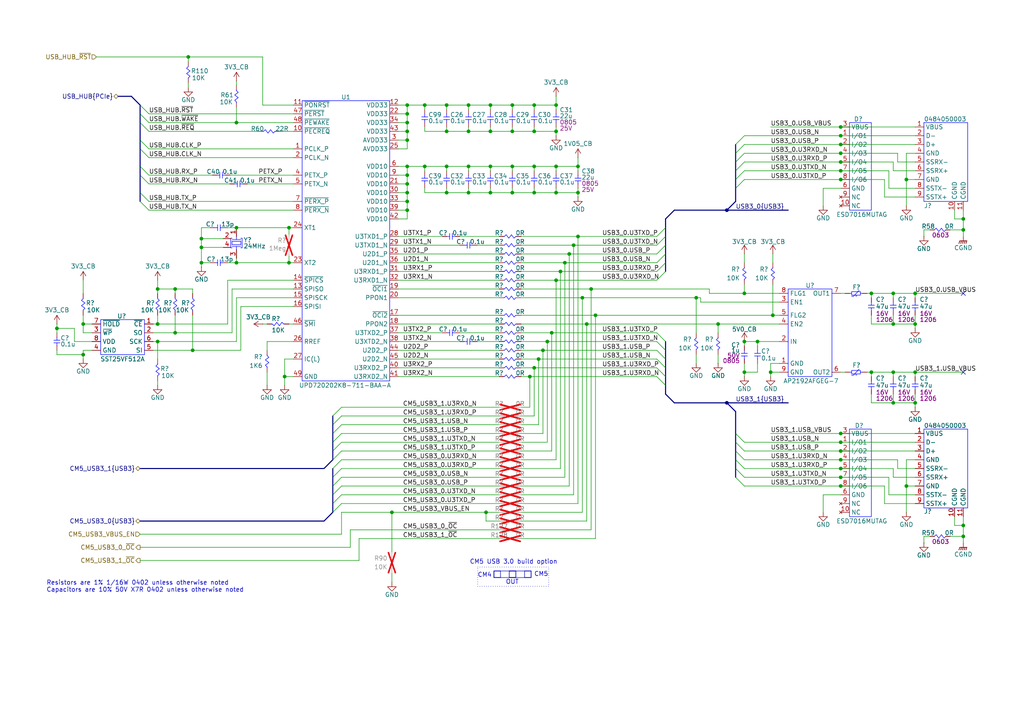
<source format=kicad_sch>
(kicad_sch (version 20250114) (generator "eeschema") (generator_version "9.0")
  (paper "A4")
  (title_block (title "RPI CMx Carrier") (date "2025-12-07") (rev "2.00-0A") (comment 1 "Jean-Francois Bilodeau") (comment 2 "P.Eng #6022173") (comment 3 "203-1690 Rue des quatre-saisons") (comment 4 "Sherbrooke, Canada, J1E0N2") (comment 5 "KiCad Rev 9.0") (comment 6 "TBD") (comment 7 "TBD") (comment 8 "WIP"))
  (bus_alias "PCIe" (members "~{RST}" "~{WAKE}" "CLK_~{REQ}" "CLK_P" "CLK_N" "RX_P" "RX_N" "TX_P" "TX_N"))
  (rectangle (start 152.146 165.608) (end 154.051 167.513) (fill (type color)))
  (rectangle (start 147.701 165.608) (end 149.606 167.513) (fill (type color)))
  (rectangle (start 147.701 165.608) (end 154.051 167.513))
  (rectangle (start 143.256 165.608) (end 145.161 167.513) (fill (type color)))
  (rectangle (start 138.557 164.465) (end 159.131 170.053) (stroke (width 0) (type dot)))
  (rectangle (start 143.256 165.608) (end 149.606 167.513))
  (text "CM4" (at 140.589 166.878 0) (effects (font (size 1.27 1.27))))
  (text "CM5 USB 3.0 build option" (at 148.971 163.068 0) (effects (font (size 1.27 1.27))))
  (text "CM5" (at 156.972 166.624 0) (effects (font (size 1.27 1.27))))
  (text "Resistors are 1% 1/16W 0402 unless otherwise noted\nCapacitors are 10% 50V X7R 0402 unless otherwise noted" (at 13.462 170.18 0) (effects (font (size 1.27 1.27)) (justify left)))
  (text "OUT" (at 148.59 168.91 0) (effects (font (size 1.27 1.27))))
  (junction (at 118.11 35.56))
  (junction (at 156.21 104.14))
  (junction (at 129.54 48.26))
  (junction (at 118.11 55.88))
  (junction (at 135.89 38.1))
  (junction (at 135.89 30.48))
  (junction (at 68.58 66.04))
  (junction (at 50.8 96.52))
  (junction (at 118.11 58.42))
  (junction (at 243.84 138.43))
  (junction (at 279.4 63.5))
  (junction (at 243.84 36.83))
  (junction (at 210.82 116.84))
  (junction (at 118.11 38.1))
  (junction (at 68.58 76.2))
  (junction (at 243.84 133.35))
  (junction (at 140.97 148.59))
  (junction (at 129.54 30.48))
  (junction (at 243.84 135.89))
  (junction (at 154.94 55.88))
  (junction (at 129.54 55.88))
  (junction (at 161.29 38.1))
  (junction (at 161.29 81.28))
  (junction (at 279.4 66.675))
  (junction (at 58.42 69.215))
  (junction (at 142.24 38.1))
  (junction (at 83.82 66.04))
  (junction (at 83.82 76.2))
  (junction (at 265.43 85.09))
  (junction (at 142.24 30.48))
  (junction (at 210.82 60.96))
  (junction (at 170.18 93.98))
  (junction (at 243.84 41.91))
  (junction (at 24.13 102.87))
  (junction (at 224.155 91.44))
  (junction (at 243.84 44.45))
  (junction (at 118.11 30.48))
  (junction (at 148.59 55.88))
  (junction (at 243.84 39.37))
  (junction (at 167.64 55.88))
  (junction (at 118.11 33.02))
  (junction (at 142.24 48.26))
  (junction (at 219.71 99.06))
  (junction (at 215.9 107.95))
  (junction (at 252.73 85.09))
  (junction (at 45.72 99.06))
  (junction (at 161.29 30.48))
  (junction (at 118.11 48.26))
  (junction (at 118.11 53.34))
  (junction (at 45.72 83.82))
  (junction (at 58.42 76.2))
  (junction (at 166.37 71.12))
  (junction (at 54.61 16.51))
  (junction (at 243.84 52.07))
  (junction (at 45.72 93.98))
  (junction (at 262.89 140.97))
  (junction (at 16.51 95.25))
  (junction (at 167.64 48.26))
  (junction (at 154.94 38.1))
  (junction (at 123.19 30.48))
  (junction (at 154.94 30.48))
  (junction (at 279.4 155.575))
  (junction (at 148.59 30.48))
  (junction (at 243.84 130.81))
  (junction (at 161.29 48.26))
  (junction (at 279.4 152.4))
  (junction (at 201.93 86.36))
  (junction (at 168.91 86.36))
  (junction (at 243.84 128.27))
  (junction (at 265.43 93.98))
  (junction (at 259.08 107.95))
  (junction (at 165.1 73.66))
  (junction (at 208.28 93.98))
  (junction (at 215.9 85.09))
  (junction (at 118.11 50.8))
  (junction (at 243.84 46.99))
  (junction (at 243.84 49.53))
  (junction (at 215.9 99.06))
  (junction (at 160.02 96.52))
  (junction (at 265.43 107.95))
  (junction (at 129.54 38.1))
  (junction (at 148.59 48.26))
  (junction (at 262.89 52.07))
  (junction (at 123.19 48.26))
  (junction (at 24.13 93.98))
  (junction (at 161.29 55.88))
  (junction (at 154.94 48.26))
  (junction (at 167.64 68.58))
  (junction (at 55.88 101.6))
  (junction (at 259.08 93.98))
  (junction (at 58.42 71.755))
  (junction (at 148.59 38.1))
  (junction (at 135.89 55.88))
  (junction (at 118.11 60.96))
  (junction (at 259.08 116.84))
  (junction (at 50.8 83.82))
  (junction (at 243.84 140.97))
  (junction (at 172.72 91.44))
  (junction (at 162.56 78.74))
  (junction (at 82.55 109.22))
  (junction (at 154.94 106.68))
  (junction (at 153.67 109.22))
  (junction (at 252.73 107.95))
  (junction (at 163.83 76.2))
  (junction (at 223.52 107.95))
  (junction (at 243.84 125.73))
  (junction (at 68.58 35.56))
  (junction (at 158.75 99.06))
  (junction (at 118.11 40.64))
  (junction (at 113.665 148.59))
  (junction (at 157.48 101.6))
  (junction (at 265.43 116.84))
  (junction (at 259.08 85.09))
  (junction (at 171.45 83.82))
  (junction (at 135.89 48.26))
  (junction (at 142.24 55.88))
  (no_connect (at 279.4 107.95))
  (no_connect (at 279.4 85.09))
  (bus_entry (at 96.52 148.59) (size 2.54 -2.54))
  (bus_entry (at 40.64 43.18) (size 2.54 2.54))
  (bus_entry (at 190.5 104.14) (size 2.54 2.54))
  (bus_entry (at 213.36 44.45) (size 2.54 -2.54))
  (bus_entry (at 96.52 123.19) (size 2.54 -2.54))
  (bus_entry (at 213.36 128.27) (size 2.54 2.54))
  (bus_entry (at 96.52 140.97) (size 2.54 -2.54))
  (bus_entry (at 190.5 73.66) (size 2.54 -2.54))
  (bus_entry (at 40.64 30.48) (size 2.54 2.54))
  (bus_entry (at 96.52 135.89) (size 2.54 -2.54))
  (bus_entry (at 190.5 78.74) (size 2.54 -2.54))
  (bus_entry (at 213.36 130.81) (size 2.54 2.54))
  (bus_entry (at 190.5 96.52) (size 2.54 2.54))
  (bus_entry (at 213.36 135.89) (size 2.54 2.54))
  (bus_entry (at 40.64 35.56) (size 2.54 2.54))
  (bus_entry (at 213.36 125.73) (size 2.54 2.54))
  (bus_entry (at 190.5 76.2) (size 2.54 -2.54))
  (bus_entry (at 213.36 133.35) (size 2.54 2.54))
  (bus_entry (at 96.52 125.73) (size 2.54 -2.54))
  (bus_entry (at 213.36 46.99) (size 2.54 -2.54))
  (bus_entry (at 40.64 33.02) (size 2.54 2.54))
  (bus_entry (at 190.5 101.6) (size 2.54 2.54))
  (bus_entry (at 213.36 138.43) (size 2.54 2.54))
  (bus_entry (at 213.36 41.91) (size 2.54 -2.54))
  (bus_entry (at 40.64 40.64) (size 2.54 2.54))
  (bus_entry (at 96.52 120.65) (size 2.54 -2.54))
  (bus_entry (at 96.52 138.43) (size 2.54 -2.54))
  (bus_entry (at 96.52 130.81) (size 2.54 -2.54))
  (bus_entry (at 213.36 52.07) (size 2.54 -2.54))
  (bus_entry (at 96.52 146.05) (size 2.54 -2.54))
  (bus_entry (at 213.36 54.61) (size 2.54 -2.54))
  (bus_entry (at 96.52 133.35) (size 2.54 -2.54))
  (bus_entry (at 40.64 58.42) (size 2.54 2.54))
  (bus_entry (at 190.5 106.68) (size 2.54 2.54))
  (bus_entry (at 40.64 55.88) (size 2.54 2.54))
  (bus_entry (at 40.64 48.26) (size 2.54 2.54))
  (bus_entry (at 96.52 128.27) (size 2.54 -2.54))
  (bus_entry (at 96.52 143.51) (size 2.54 -2.54))
  (bus_entry (at 190.5 71.12) (size 2.54 -2.54))
  (bus_entry (at 190.5 99.06) (size 2.54 2.54))
  (bus_entry (at 213.36 49.53) (size 2.54 -2.54))
  (bus_entry (at 40.64 50.8) (size 2.54 2.54))
  (bus_entry (at 190.5 109.22) (size 2.54 2.54))
  (bus_entry (at 190.5 68.58) (size 2.54 -2.54))
  (bus_entry (at 190.5 81.28) (size 2.54 -2.54))
  (wire (pts (xy 151.13 125.73) (xy 157.48 125.73)))
  (wire (pts (xy 215.9 133.35) (xy 243.84 133.35)))
  (wire (pts (xy 151.1206 99.06) (xy 158.75 99.06)))
  (wire (pts (xy 243.84 107.95) (xy 245.11 107.95)))
  (bus (pts (xy 213.36 119.38) (xy 213.36 125.73)))
  (wire (pts (xy 156.21 104.14) (xy 190.5 104.14)))
  (wire (pts (xy 115.57 48.26) (xy 118.11 48.26)))
  (wire (pts (xy 133.35 96.52) (xy 144.7706 96.52)))
  (wire (pts (xy 161.29 81.28) (xy 161.29 133.35)))
  (bus (pts (xy 96.52 128.27) (xy 96.52 130.81)))
  (wire (pts (xy 243.84 52.07) (xy 256.54 52.07)))
  (wire (pts (xy 267.97 155.575) (xy 269.748 155.575)))
  (wire (pts (xy 68.58 66.04) (xy 83.82 66.04)))
  (wire (pts (xy 208.28 93.98) (xy 208.28 96.52)))
  (bus (pts (xy 213.36 41.91) (xy 213.36 44.45)))
  (wire (pts (xy 50.8 96.52) (xy 67.31 96.52)))
  (wire (pts (xy 252.73 116.84) (xy 259.08 116.84)))
  (wire (pts (xy 43.18 38.1) (xy 74.93 38.1)))
  (wire (pts (xy 252.73 85.09) (xy 252.73 86.36)))
  (wire (pts (xy 215.9 99.06) (xy 215.9 100.33)))
  (wire (pts (xy 142.24 38.1) (xy 148.59 38.1)))
  (wire (pts (xy 223.52 36.83) (xy 243.84 36.83)))
  (wire (pts (xy 66.04 81.28) (xy 85.09 81.28)))
  (bus (pts (xy 213.36 46.99) (xy 213.36 49.53)))
  (wire (pts (xy 165.1 73.66) (xy 165.1 140.97)))
  (wire (pts (xy 82.55 104.14) (xy 82.55 109.22)))
  (wire (pts (xy 140.97 151.13) (xy 144.78 151.13)))
  (wire (pts (xy 257.81 138.43) (xy 257.81 143.51)))
  (bus (pts (xy 193.04 76.2) (xy 193.04 78.74)))
  (wire (pts (xy 68.58 31.115) (xy 68.58 35.56)))
  (wire (pts (xy 115.57 96.52) (xy 128.27 96.52)))
  (wire (pts (xy 262.89 133.35) (xy 265.43 133.35)))
  (wire (pts (xy 252.73 93.98) (xy 259.08 93.98)))
  (wire (pts (xy 279.4 60.96) (xy 279.4 63.5)))
  (wire (pts (xy 215.9 49.53) (xy 243.84 49.53)))
  (wire (pts (xy 167.64 54.61) (xy 167.64 55.88)))
  (wire (pts (xy 223.52 107.95) (xy 223.52 109.22)))
  (wire (pts (xy 16.51 95.25) (xy 16.51 96.52)))
  (wire (pts (xy 171.45 83.82) (xy 205.74 83.82)))
  (wire (pts (xy 43.18 60.96) (xy 85.09 60.96)))
  (wire (pts (xy 215.9 82.55) (xy 215.9 85.09)))
  (wire (pts (xy 135.89 54.61) (xy 135.89 55.88)))
  (wire (pts (xy 148.59 48.26) (xy 148.59 49.53)))
  (wire (pts (xy 203.2 87.63) (xy 226.06 87.63)))
  (wire (pts (xy 265.43 107.95) (xy 265.43 109.22)))
  (wire (pts (xy 276.86 149.86) (xy 276.86 152.4)))
  (wire (pts (xy 148.59 36.83) (xy 148.59 38.1)))
  (wire (pts (xy 118.11 55.88) (xy 118.11 58.42)))
  (bus (pts (xy 96.52 148.59) (xy 93.98 151.13)))
  (wire (pts (xy 275.59 66.675) (xy 279.4 66.675)))
  (bus (pts (xy 210.82 116.84) (xy 213.36 119.38)))
  (wire (pts (xy 67.31 83.82) (xy 67.31 96.52)))
  (wire (pts (xy 99.06 123.19) (xy 144.78 123.19)))
  (wire (pts (xy 252.73 91.44) (xy 252.73 93.98)))
  (wire (pts (xy 66.04 81.28) (xy 66.04 93.98)))
  (wire (pts (xy 259.08 138.43) (xy 265.43 138.43)))
  (wire (pts (xy 259.08 116.84) (xy 265.43 116.84)))
  (bus (pts (xy 210.82 60.96) (xy 228.6 60.96)))
  (wire (pts (xy 151.13 135.89) (xy 162.56 135.89)))
  (wire (pts (xy 267.97 66.675) (xy 269.748 66.675)))
  (wire (pts (xy 260.35 44.45) (xy 260.35 46.99)))
  (bus (pts (xy 96.52 143.51) (xy 96.52 146.05)))
  (wire (pts (xy 151.1206 96.52) (xy 160.02 96.52)))
  (wire (pts (xy 170.18 93.98) (xy 170.18 151.13)))
  (bus (pts (xy 40.64 33.02) (xy 40.64 35.56)))
  (wire (pts (xy 101.6 153.67) (xy 144.78 153.67)))
  (bus (pts (xy 40.64 40.64) (xy 40.64 43.18)))
  (wire (pts (xy 115.57 73.66) (xy 144.78 73.66)))
  (bus (pts (xy 213.36 52.07) (xy 213.36 54.61)))
  (wire (pts (xy 219.71 99.06) (xy 226.06 99.06)))
  (wire (pts (xy 238.76 54.61) (xy 238.76 59.69)))
  (wire (pts (xy 161.29 36.83) (xy 161.29 38.1)))
  (wire (pts (xy 252.73 85.09) (xy 259.08 85.09)))
  (wire (pts (xy 115.57 109.22) (xy 144.78 109.22)))
  (wire (pts (xy 24.13 93.98) (xy 26.67 93.98)))
  (wire (pts (xy 24.13 96.52) (xy 26.67 96.52)))
  (bus (pts (xy 193.04 109.22) (xy 193.04 111.76)))
  (wire (pts (xy 118.11 33.02) (xy 118.11 35.56)))
  (wire (pts (xy 71.755 53.34) (xy 85.09 53.34)))
  (wire (pts (xy 123.19 30.48) (xy 123.19 31.75)))
  (wire (pts (xy 113.665 148.59) (xy 113.665 160.02)))
  (wire (pts (xy 160.02 96.52) (xy 190.5 96.52)))
  (wire (pts (xy 154.94 36.83) (xy 154.94 38.1)))
  (bus (pts (xy 213.36 130.81) (xy 213.36 133.35)))
  (wire (pts (xy 161.29 38.1) (xy 161.29 39.37)))
  (wire (pts (xy 45.72 99.06) (xy 45.72 104.14)))
  (wire (pts (xy 208.28 93.98) (xy 226.06 93.98)))
  (wire (pts (xy 154.94 55.88) (xy 161.29 55.88)))
  (wire (pts (xy 243.84 130.81) (xy 265.43 130.81)))
  (wire (pts (xy 142.24 55.88) (xy 148.59 55.88)))
  (wire (pts (xy 115.57 50.8) (xy 118.11 50.8)))
  (wire (pts (xy 67.31 83.82) (xy 85.09 83.82)))
  (wire (pts (xy 279.4 66.675) (xy 279.4 68.58)))
  (wire (pts (xy 115.57 81.28) (xy 144.78 81.28)))
  (wire (pts (xy 135.89 30.48) (xy 142.24 30.48)))
  (wire (pts (xy 238.76 143.51) (xy 238.76 148.59)))
  (bus (pts (xy 213.36 133.35) (xy 213.36 135.89)))
  (wire (pts (xy 201.93 86.36) (xy 201.93 96.52)))
  (wire (pts (xy 24.13 91.44) (xy 24.13 93.98)))
  (wire (pts (xy 154.94 38.1) (xy 161.29 38.1)))
  (wire (pts (xy 201.93 102.87) (xy 201.93 105.41)))
  (wire (pts (xy 82.55 109.22) (xy 82.55 111.76)))
  (wire (pts (xy 276.86 60.96) (xy 276.86 63.5)))
  (wire (pts (xy 265.43 114.3) (xy 265.43 116.84)))
  (wire (pts (xy 148.59 55.88) (xy 154.94 55.88)))
  (wire (pts (xy 257.81 143.51) (xy 265.43 143.51)))
  (wire (pts (xy 148.59 48.26) (xy 154.94 48.26)))
  (bus (pts (xy 40.64 43.18) (xy 40.64 48.26)))
  (wire (pts (xy 151.13 130.81) (xy 160.02 130.81)))
  (wire (pts (xy 99.06 118.11) (xy 144.78 118.11)))
  (wire (pts (xy 118.11 58.42) (xy 118.11 60.96)))
  (wire (pts (xy 262.89 140.97) (xy 262.89 148.59)))
  (wire (pts (xy 243.84 44.45) (xy 260.35 44.45)))
  (wire (pts (xy 243.84 46.99) (xy 259.08 46.99)))
  (wire (pts (xy 118.11 48.26) (xy 118.11 50.8)))
  (wire (pts (xy 115.57 71.12) (xy 133.35 71.12)))
  (wire (pts (xy 68.58 23.495) (xy 68.58 24.765)))
  (wire (pts (xy 21.59 99.06) (xy 26.67 99.06)))
  (wire (pts (xy 115.57 76.2) (xy 144.78 76.2)))
  (wire (pts (xy 171.45 83.82) (xy 171.45 153.67)))
  (bus (pts (xy 96.52 120.65) (xy 96.52 123.19)))
  (wire (pts (xy 151.13 148.59) (xy 168.91 148.59)))
  (wire (pts (xy 259.08 91.44) (xy 259.08 93.98)))
  (wire (pts (xy 135.89 36.83) (xy 135.89 38.1)))
  (wire (pts (xy 151.13 138.43) (xy 163.83 138.43)))
  (bus (pts (xy 193.04 73.66) (xy 193.04 76.2)))
  (wire (pts (xy 154.94 54.61) (xy 154.94 55.88)))
  (wire (pts (xy 44.45 101.6) (xy 55.88 101.6)))
  (wire (pts (xy 167.64 55.88) (xy 167.64 57.15)))
  (wire (pts (xy 45.72 99.06) (xy 68.58 99.06)))
  (wire (pts (xy 161.29 48.26) (xy 161.29 49.53)))
  (wire (pts (xy 262.89 44.45) (xy 262.89 52.07)))
  (wire (pts (xy 66.04 76.2) (xy 68.58 76.2)))
  (wire (pts (xy 172.72 91.44) (xy 224.155 91.44)))
  (wire (pts (xy 151.13 140.97) (xy 165.1 140.97)))
  (wire (pts (xy 115.57 40.64) (xy 118.11 40.64)))
  (wire (pts (xy 99.06 125.73) (xy 144.78 125.73)))
  (wire (pts (xy 265.43 91.44) (xy 265.43 93.98)))
  (bus (pts (xy 193.04 66.04) (xy 193.04 68.58)))
  (wire (pts (xy 243.84 140.97) (xy 256.54 140.97)))
  (bus (pts (xy 40.64 50.8) (xy 40.64 55.88)))
  (wire (pts (xy 279.4 149.86) (xy 279.4 152.4)))
  (wire (pts (xy 151.13 76.2) (xy 163.83 76.2)))
  (wire (pts (xy 58.42 66.04) (xy 60.96 66.04)))
  (wire (pts (xy 243.84 135.89) (xy 259.08 135.89)))
  (wire (pts (xy 163.83 76.2) (xy 190.5 76.2)))
  (wire (pts (xy 24.13 102.87) (xy 24.13 104.14)))
  (wire (pts (xy 118.11 30.48) (xy 123.19 30.48)))
  (wire (pts (xy 151.13 73.66) (xy 165.1 73.66)))
  (wire (pts (xy 219.71 105.41) (xy 219.71 107.95)))
  (wire (pts (xy 140.97 148.59) (xy 144.78 148.59)))
  (wire (pts (xy 118.11 53.34) (xy 118.11 55.88)))
  (wire (pts (xy 133.35 68.58) (xy 144.78 68.58)))
  (wire (pts (xy 215.9 140.97) (xy 243.84 140.97)))
  (wire (pts (xy 215.9 85.09) (xy 226.06 85.09)))
  (wire (pts (xy 129.54 48.26) (xy 129.54 49.53)))
  (wire (pts (xy 58.42 71.755) (xy 58.42 76.2)))
  (bus (pts (xy 96.52 146.05) (xy 96.52 148.59)))
  (bus (pts (xy 213.36 135.89) (xy 213.36 138.43)))
  (wire (pts (xy 148.59 38.1) (xy 154.94 38.1)))
  (wire (pts (xy 224.155 73.66) (xy 224.155 76.2)))
  (wire (pts (xy 118.11 50.8) (xy 118.11 53.34)))
  (wire (pts (xy 45.72 93.98) (xy 66.04 93.98)))
  (wire (pts (xy 81.28 38.1) (xy 85.09 38.1)))
  (wire (pts (xy 260.35 135.89) (xy 265.43 135.89)))
  (wire (pts (xy 118.11 38.1) (xy 118.11 40.64)))
  (wire (pts (xy 50.8 83.82) (xy 50.8 85.09)))
  (wire (pts (xy 151.13 123.19) (xy 156.21 123.19)))
  (wire (pts (xy 45.72 91.44) (xy 45.72 93.98)))
  (wire (pts (xy 262.89 52.07) (xy 265.43 52.07)))
  (wire (pts (xy 69.85 88.9) (xy 85.09 88.9)))
  (wire (pts (xy 55.88 101.6) (xy 69.85 101.6)))
  (bus (pts (xy 193.04 71.12) (xy 193.04 73.66)))
  (wire (pts (xy 58.42 76.2) (xy 60.96 76.2)))
  (bus (pts (xy 193.04 114.3) (xy 195.58 116.84)))
  (wire (pts (xy 82.55 109.22) (xy 85.09 109.22)))
  (wire (pts (xy 167.64 48.26) (xy 167.64 49.53)))
  (wire (pts (xy 43.18 35.56) (xy 68.58 35.56)))
  (wire (pts (xy 151.13 109.22) (xy 153.67 109.22)))
  (wire (pts (xy 215.9 138.43) (xy 243.84 138.43)))
  (wire (pts (xy 123.19 36.83) (xy 123.19 38.1)))
  (wire (pts (xy 21.59 95.25) (xy 21.59 99.06)))
  (wire (pts (xy 151.13 143.51) (xy 166.37 143.51)))
  (wire (pts (xy 162.56 78.74) (xy 162.56 135.89)))
  (wire (pts (xy 101.6 153.67) (xy 101.6 158.75)))
  (wire (pts (xy 77.47 99.06) (xy 77.47 101.6)))
  (wire (pts (xy 224.155 82.55) (xy 224.155 91.44)))
  (wire (pts (xy 99.06 140.97) (xy 144.78 140.97)))
  (wire (pts (xy 54.61 16.51) (xy 76.2 16.51)))
  (wire (pts (xy 118.11 48.26) (xy 123.19 48.26)))
  (wire (pts (xy 135.89 48.26) (xy 135.89 49.53)))
  (wire (pts (xy 251.46 85.09) (xy 252.73 85.09)))
  (wire (pts (xy 58.42 69.215) (xy 64.77 69.215)))
  (wire (pts (xy 251.46 107.95) (xy 252.73 107.95)))
  (wire (pts (xy 158.75 99.06) (xy 158.75 128.27)))
  (wire (pts (xy 153.67 109.22) (xy 153.67 118.11)))
  (wire (pts (xy 205.74 83.82) (xy 205.74 85.09)))
  (wire (pts (xy 142.24 54.61) (xy 142.24 55.88)))
  (wire (pts (xy 58.42 66.04) (xy 58.42 69.215)))
  (wire (pts (xy 118.11 35.56) (xy 118.11 38.1)))
  (wire (pts (xy 260.35 46.99) (xy 265.43 46.99)))
  (wire (pts (xy 129.54 38.1) (xy 135.89 38.1)))
  (wire (pts (xy 259.08 114.3) (xy 259.08 116.84)))
  (bus (pts (xy 96.52 130.81) (xy 96.52 133.35)))
  (wire (pts (xy 265.43 85.09) (xy 279.4 85.09)))
  (wire (pts (xy 256.54 57.15) (xy 265.43 57.15)))
  (wire (pts (xy 113.665 166.37) (xy 113.665 168.91)))
  (bus (pts (xy 40.64 35.56) (xy 40.64 40.64)))
  (wire (pts (xy 115.57 93.98) (xy 144.78 93.98)))
  (wire (pts (xy 252.73 107.95) (xy 259.08 107.95)))
  (bus (pts (xy 193.04 63.5) (xy 193.04 66.04)))
  (wire (pts (xy 151.1206 106.68) (xy 154.94 106.68)))
  (wire (pts (xy 153.67 109.22) (xy 190.5 109.22)))
  (wire (pts (xy 215.9 128.27) (xy 243.84 128.27)))
  (bus (pts (xy 195.58 116.84) (xy 210.82 116.84)))
  (wire (pts (xy 161.29 48.26) (xy 167.64 48.26)))
  (wire (pts (xy 115.57 60.96) (xy 118.11 60.96)))
  (wire (pts (xy 24.13 93.98) (xy 24.13 96.52)))
  (wire (pts (xy 99.06 143.51) (xy 144.78 143.51)))
  (wire (pts (xy 262.89 133.35) (xy 262.89 140.97)))
  (wire (pts (xy 115.57 68.58) (xy 128.27 68.58)))
  (wire (pts (xy 129.54 48.26) (xy 135.89 48.26)))
  (wire (pts (xy 168.91 86.36) (xy 168.91 148.59)))
  (bus (pts (xy 213.36 49.53) (xy 213.36 52.07)))
  (wire (pts (xy 129.54 30.48) (xy 135.89 30.48)))
  (wire (pts (xy 83.82 93.98) (xy 85.09 93.98)))
  (wire (pts (xy 259.08 135.89) (xy 259.08 138.43)))
  (wire (pts (xy 259.08 107.95) (xy 259.08 109.22)))
  (wire (pts (xy 99.06 135.89) (xy 144.78 135.89)))
  (wire (pts (xy 151.13 153.67) (xy 171.45 153.67)))
  (wire (pts (xy 151.13 101.6) (xy 157.48 101.6)))
  (bus (pts (xy 213.36 44.45) (xy 213.36 46.99)))
  (wire (pts (xy 158.75 99.06) (xy 190.5 99.06)))
  (wire (pts (xy 123.19 54.61) (xy 123.19 55.88)))
  (bus (pts (xy 193.04 101.6) (xy 193.04 104.14)))
  (wire (pts (xy 135.89 48.26) (xy 142.24 48.26)))
  (wire (pts (xy 151.13 120.65) (xy 154.94 120.65)))
  (wire (pts (xy 24.13 101.6) (xy 24.13 102.87)))
  (wire (pts (xy 129.54 54.61) (xy 129.54 55.88)))
  (wire (pts (xy 161.29 81.28) (xy 190.5 81.28)))
  (wire (pts (xy 151.13 156.21) (xy 172.72 156.21)))
  (wire (pts (xy 215.9 107.95) (xy 215.9 105.41)))
  (wire (pts (xy 40.64 162.56) (xy 104.14 162.56)))
  (wire (pts (xy 142.24 48.26) (xy 148.59 48.26)))
  (wire (pts (xy 115.57 91.44) (xy 144.78 91.44)))
  (wire (pts (xy 138.43 71.12) (xy 144.78 71.12)))
  (wire (pts (xy 265.43 107.95) (xy 279.4 107.95)))
  (wire (pts (xy 243.84 85.09) (xy 245.11 85.09)))
  (bus (pts (xy 193.04 106.68) (xy 193.04 109.22)))
  (wire (pts (xy 151.13 146.05) (xy 167.64 146.05)))
  (wire (pts (xy 135.89 30.48) (xy 135.89 31.75)))
  (wire (pts (xy 156.21 104.14) (xy 156.21 123.19)))
  (wire (pts (xy 68.58 76.2) (xy 83.82 76.2)))
  (wire (pts (xy 142.24 36.83) (xy 142.24 38.1)))
  (wire (pts (xy 151.13 81.28) (xy 161.29 81.28)))
  (wire (pts (xy 54.61 16.51) (xy 54.61 17.78)))
  (wire (pts (xy 215.9 52.07) (xy 243.84 52.07)))
  (wire (pts (xy 279.4 155.575) (xy 279.4 157.48)))
  (wire (pts (xy 40.64 154.94) (xy 99.06 154.94)))
  (wire (pts (xy 44.45 99.06) (xy 45.72 99.06)))
  (wire (pts (xy 115.57 104.14) (xy 144.78 104.14)))
  (wire (pts (xy 115.57 58.42) (xy 118.11 58.42)))
  (wire (pts (xy 16.51 95.25) (xy 21.59 95.25)))
  (wire (pts (xy 276.86 63.5) (xy 279.4 63.5)))
  (wire (pts (xy 151.13 151.13) (xy 170.18 151.13)))
  (wire (pts (xy 55.88 91.44) (xy 55.88 101.6)))
  (wire (pts (xy 154.94 106.68) (xy 154.94 120.65)))
  (wire (pts (xy 205.74 85.09) (xy 215.9 85.09)))
  (wire (pts (xy 115.57 53.34) (xy 118.11 53.34)))
  (bus (pts (xy 40.64 151.13) (xy 93.98 151.13)))
  (wire (pts (xy 115.57 38.1) (xy 118.11 38.1)))
  (wire (pts (xy 223.52 105.41) (xy 226.06 105.41)))
  (wire (pts (xy 16.51 101.6) (xy 16.51 102.87)))
  (wire (pts (xy 99.06 120.65) (xy 144.78 120.65)))
  (wire (pts (xy 27.94 16.51) (xy 54.61 16.51)))
  (wire (pts (xy 168.91 86.36) (xy 201.93 86.36)))
  (wire (pts (xy 257.81 49.53) (xy 257.81 54.61)))
  (wire (pts (xy 151.13 78.74) (xy 162.56 78.74)))
  (wire (pts (xy 223.52 107.95) (xy 226.06 107.95)))
  (wire (pts (xy 83.82 66.04) (xy 85.09 66.04)))
  (wire (pts (xy 99.06 146.05) (xy 144.78 146.05)))
  (bus (pts (xy 40.64 55.88) (xy 40.64 58.42)))
  (wire (pts (xy 142.24 30.48) (xy 142.24 31.75)))
  (wire (pts (xy 115.57 101.6) (xy 144.78 101.6)))
  (wire (pts (xy 115.57 86.36) (xy 144.78 86.36)))
  (wire (pts (xy 151.13 71.12) (xy 166.37 71.12)))
  (wire (pts (xy 99.06 130.81) (xy 144.78 130.81)))
  (wire (pts (xy 203.2 86.36) (xy 203.2 87.63)))
  (wire (pts (xy 44.45 93.98) (xy 45.72 93.98)))
  (wire (pts (xy 99.06 128.27) (xy 144.78 128.27)))
  (wire (pts (xy 45.72 110.49) (xy 45.72 111.76)))
  (wire (pts (xy 58.42 69.215) (xy 58.42 71.755)))
  (wire (pts (xy 115.57 63.5) (xy 118.11 63.5)))
  (wire (pts (xy 215.9 41.91) (xy 243.84 41.91)))
  (wire (pts (xy 58.42 71.755) (xy 64.77 71.755)))
  (wire (pts (xy 55.88 83.82) (xy 55.88 85.09)))
  (bus (pts (xy 96.52 123.19) (xy 96.52 125.73)))
  (wire (pts (xy 267.97 66.675) (xy 267.97 68.58)))
  (wire (pts (xy 215.9 44.45) (xy 243.84 44.45)))
  (wire (pts (xy 201.93 86.36) (xy 203.2 86.36)))
  (wire (pts (xy 215.9 107.95) (xy 219.71 107.95)))
  (wire (pts (xy 115.57 35.56) (xy 118.11 35.56)))
  (wire (pts (xy 262.89 44.45) (xy 265.43 44.45)))
  (wire (pts (xy 68.58 86.36) (xy 68.58 99.06)))
  (wire (pts (xy 129.54 30.48) (xy 129.54 31.75)))
  (wire (pts (xy 76.2 93.98) (xy 77.47 93.98)))
  (wire (pts (xy 215.9 73.66) (xy 215.9 76.2)))
  (wire (pts (xy 104.14 156.21) (xy 144.78 156.21)))
  (wire (pts (xy 151.13 91.44) (xy 172.72 91.44)))
  (wire (pts (xy 262.89 140.97) (xy 265.43 140.97)))
  (wire (pts (xy 267.97 155.575) (xy 267.97 157.48)))
  (wire (pts (xy 115.57 30.48) (xy 118.11 30.48)))
  (wire (pts (xy 265.43 116.84) (xy 265.43 118.11)))
  (bus (pts (xy 193.04 63.5) (xy 195.58 60.96)))
  (wire (pts (xy 115.57 55.88) (xy 118.11 55.88)))
  (wire (pts (xy 162.56 78.74) (xy 190.5 78.74)))
  (wire (pts (xy 167.64 68.58) (xy 190.5 68.58)))
  (wire (pts (xy 77.47 107.95) (xy 77.47 111.76)))
  (wire (pts (xy 215.9 130.81) (xy 243.84 130.81)))
  (wire (pts (xy 118.11 30.48) (xy 118.11 33.02)))
  (wire (pts (xy 276.86 152.4) (xy 279.4 152.4)))
  (wire (pts (xy 243.84 125.73) (xy 265.43 125.73)))
  (bus (pts (xy 40.64 30.48) (xy 38.1 27.94)))
  (wire (pts (xy 43.18 58.42) (xy 85.09 58.42)))
  (wire (pts (xy 69.85 88.9) (xy 69.85 101.6)))
  (wire (pts (xy 115.57 83.82) (xy 144.78 83.82)))
  (wire (pts (xy 215.9 99.06) (xy 219.71 99.06)))
  (wire (pts (xy 68.58 35.56) (xy 85.09 35.56)))
  (bus (pts (xy 193.04 68.58) (xy 193.04 71.12)))
  (wire (pts (xy 238.76 54.61) (xy 243.84 54.61)))
  (bus (pts (xy 96.52 135.89) (xy 96.52 138.43)))
  (wire (pts (xy 66.04 66.04) (xy 68.58 66.04)))
  (wire (pts (xy 224.155 91.44) (xy 226.06 91.44)))
  (wire (pts (xy 148.59 54.61) (xy 148.59 55.88)))
  (wire (pts (xy 24.13 101.6) (xy 26.67 101.6)))
  (wire (pts (xy 118.11 40.64) (xy 118.11 43.18)))
  (wire (pts (xy 140.97 148.59) (xy 140.97 151.13)))
  (wire (pts (xy 43.18 53.34) (xy 66.675 53.34)))
  (bus (pts (xy 195.58 60.96) (xy 210.82 60.96)))
  (wire (pts (xy 223.52 125.73) (xy 243.84 125.73)))
  (wire (pts (xy 157.48 101.6) (xy 157.48 125.73)))
  (wire (pts (xy 83.82 76.2) (xy 85.09 76.2)))
  (wire (pts (xy 82.55 104.14) (xy 85.09 104.14)))
  (wire (pts (xy 154.94 48.26) (xy 161.29 48.26)))
  (wire (pts (xy 208.28 102.87) (xy 208.28 105.41)))
  (wire (pts (xy 279.4 63.5) (xy 279.4 66.675)))
  (wire (pts (xy 99.06 148.59) (xy 99.06 154.94)))
  (wire (pts (xy 83.82 74.295) (xy 83.82 76.2)))
  (bus (pts (xy 193.04 104.14) (xy 193.04 106.68)))
  (wire (pts (xy 243.84 36.83) (xy 265.43 36.83)))
  (wire (pts (xy 259.08 107.95) (xy 265.43 107.95)))
  (wire (pts (xy 113.665 148.59) (xy 140.97 148.59)))
  (wire (pts (xy 243.84 41.91) (xy 265.43 41.91)))
  (wire (pts (xy 44.45 96.52) (xy 50.8 96.52)))
  (wire (pts (xy 115.57 99.06) (xy 133.35 99.06)))
  (wire (pts (xy 129.54 36.83) (xy 129.54 38.1)))
  (wire (pts (xy 166.37 71.12) (xy 190.5 71.12)))
  (wire (pts (xy 151.13 133.35) (xy 161.29 133.35)))
  (wire (pts (xy 43.18 50.8) (xy 61.595 50.8)))
  (wire (pts (xy 123.19 30.48) (xy 129.54 30.48)))
  (wire (pts (xy 118.11 60.96) (xy 118.11 63.5)))
  (bus (pts (xy 193.04 99.06) (xy 193.04 101.6)))
  (wire (pts (xy 161.29 54.61) (xy 161.29 55.88)))
  (wire (pts (xy 142.24 30.48) (xy 148.59 30.48)))
  (wire (pts (xy 154.94 30.48) (xy 154.94 31.75)))
  (wire (pts (xy 138.43 99.06) (xy 144.7706 99.06)))
  (wire (pts (xy 135.89 55.88) (xy 142.24 55.88)))
  (wire (pts (xy 262.89 52.07) (xy 262.89 59.69)))
  (wire (pts (xy 115.57 78.74) (xy 144.78 78.74)))
  (wire (pts (xy 256.54 146.05) (xy 265.43 146.05)))
  (wire (pts (xy 259.08 49.53) (xy 265.43 49.53)))
  (wire (pts (xy 43.18 43.18) (xy 85.09 43.18)))
  (bus (pts (xy 96.52 140.97) (xy 96.52 143.51)))
  (bus (pts (xy 213.36 54.61) (xy 213.36 58.42)))
  (bus (pts (xy 40.64 135.89) (xy 93.98 135.89)))
  (wire (pts (xy 154.94 106.68) (xy 190.5 106.68)))
  (wire (pts (xy 16.51 93.98) (xy 16.51 95.25)))
  (wire (pts (xy 83.82 66.04) (xy 83.82 67.945)))
  (wire (pts (xy 252.73 107.95) (xy 252.73 109.22)))
  (wire (pts (xy 167.64 45.72) (xy 167.64 48.26)))
  (wire (pts (xy 115.57 106.68) (xy 144.7706 106.68)))
  (wire (pts (xy 76.2 16.51) (xy 76.2 30.48)))
  (bus (pts (xy 96.52 138.43) (xy 96.52 140.97)))
  (wire (pts (xy 252.73 114.3) (xy 252.73 116.84)))
  (wire (pts (xy 50.8 83.82) (xy 55.88 83.82)))
  (wire (pts (xy 243.84 49.53) (xy 257.81 49.53)))
  (wire (pts (xy 99.06 148.59) (xy 113.665 148.59)))
  (bus (pts (xy 213.36 58.42) (xy 210.82 60.96)))
  (wire (pts (xy 243.84 133.35) (xy 260.35 133.35)))
  (wire (pts (xy 279.4 152.4) (xy 279.4 155.575)))
  (wire (pts (xy 259.08 85.09) (xy 265.43 85.09)))
  (wire (pts (xy 259.08 85.09) (xy 259.08 86.36)))
  (wire (pts (xy 215.9 46.99) (xy 243.84 46.99)))
  (wire (pts (xy 154.94 48.26) (xy 154.94 49.53)))
  (wire (pts (xy 161.29 27.94) (xy 161.29 30.48)))
  (wire (pts (xy 16.51 102.87) (xy 24.13 102.87)))
  (wire (pts (xy 77.47 99.06) (xy 85.09 99.06)))
  (wire (pts (xy 215.9 135.89) (xy 243.84 135.89)))
  (wire (pts (xy 259.08 46.99) (xy 259.08 49.53)))
  (wire (pts (xy 259.08 93.98) (xy 265.43 93.98)))
  (wire (pts (xy 115.57 33.02) (xy 118.11 33.02)))
  (wire (pts (xy 24.13 81.28) (xy 24.13 85.09)))
  (wire (pts (xy 163.83 76.2) (xy 163.83 138.43)))
  (wire (pts (xy 142.24 48.26) (xy 142.24 49.53)))
  (bus (pts (xy 193.04 111.76) (xy 193.04 114.3)))
  (wire (pts (xy 151.13 83.82) (xy 171.45 83.82)))
  (wire (pts (xy 45.72 81.28) (xy 45.72 83.82)))
  (bus (pts (xy 213.36 128.27) (xy 213.36 130.81)))
  (wire (pts (xy 215.9 107.95) (xy 215.9 109.22)))
  (wire (pts (xy 151.13 93.98) (xy 170.18 93.98)))
  (wire (pts (xy 165.1 73.66) (xy 190.5 73.66)))
  (bus (pts (xy 34.29 27.94) (xy 38.1 27.94)))
  (wire (pts (xy 170.18 93.98) (xy 208.28 93.98)))
  (bus (pts (xy 210.82 116.84) (xy 228.6 116.84)))
  (wire (pts (xy 154.94 30.48) (xy 161.29 30.48)))
  (wire (pts (xy 99.06 133.35) (xy 144.78 133.35)))
  (wire (pts (xy 265.43 85.09) (xy 265.43 86.36)))
  (wire (pts (xy 257.81 54.61) (xy 265.43 54.61)))
  (wire (pts (xy 135.89 38.1) (xy 142.24 38.1)))
  (wire (pts (xy 167.64 68.58) (xy 167.64 146.05)))
  (bus (pts (xy 40.64 48.26) (xy 40.64 50.8)))
  (wire (pts (xy 50.8 91.44) (xy 50.8 96.52)))
  (wire (pts (xy 260.35 133.35) (xy 260.35 135.89)))
  (wire (pts (xy 115.57 43.18) (xy 118.11 43.18)))
  (wire (pts (xy 265.43 93.98) (xy 265.43 95.25)))
  (wire (pts (xy 243.84 138.43) (xy 257.81 138.43)))
  (wire (pts (xy 151.13 104.14) (xy 156.21 104.14)))
  (wire (pts (xy 238.76 143.51) (xy 243.84 143.51)))
  (wire (pts (xy 223.52 105.41) (xy 223.52 107.95)))
  (wire (pts (xy 66.675 50.8) (xy 85.09 50.8)))
  (wire (pts (xy 148.59 30.48) (xy 154.94 30.48)))
  (wire (pts (xy 76.2 30.48) (xy 85.09 30.48)))
  (wire (pts (xy 219.71 99.06) (xy 219.71 100.33)))
  (wire (pts (xy 151.13 128.27) (xy 158.75 128.27)))
  (bus (pts (xy 96.52 133.35) (xy 93.98 135.89)))
  (wire (pts (xy 256.54 52.07) (xy 256.54 57.15)))
  (wire (pts (xy 151.13 68.58) (xy 167.64 68.58)))
  (wire (pts (xy 275.59 155.575) (xy 279.4 155.575)))
  (wire (pts (xy 215.9 39.37) (xy 243.84 39.37)))
  (wire (pts (xy 123.19 48.26) (xy 123.19 49.53)))
  (bus (pts (xy 213.36 125.73) (xy 213.36 128.27)))
  (wire (pts (xy 151.13 118.11) (xy 153.67 118.11)))
  (wire (pts (xy 172.72 91.44) (xy 172.72 156.21)))
  (wire (pts (xy 243.84 128.27) (xy 265.43 128.27)))
  (bus (pts (xy 96.52 125.73) (xy 96.52 128.27)))
  (wire (pts (xy 161.29 30.48) (xy 161.29 31.75)))
  (bus (pts (xy 40.64 30.48) (xy 40.64 33.02)))
  (wire (pts (xy 68.58 86.36) (xy 85.09 86.36)))
  (wire (pts (xy 166.37 71.12) (xy 166.37 143.51)))
  (wire (pts (xy 40.64 158.75) (xy 101.6 158.75)))
  (wire (pts (xy 123.19 55.88) (xy 129.54 55.88)))
  (wire (pts (xy 243.84 39.37) (xy 265.43 39.37)))
  (wire (pts (xy 151.13 86.36) (xy 168.91 86.36)))
  (wire (pts (xy 68.58 74.93) (xy 68.58 76.2)))
  (wire (pts (xy 161.29 55.88) (xy 167.64 55.88)))
  (wire (pts (xy 148.59 30.48) (xy 148.59 31.75)))
  (wire (pts (xy 43.18 33.02) (xy 85.09 33.02)))
  (wire (pts (xy 160.02 96.52) (xy 160.02 130.81)))
  (wire (pts (xy 45.72 83.82) (xy 45.72 85.09)))
  (wire (pts (xy 99.06 138.43) (xy 144.78 138.43)))
  (wire (pts (xy 45.72 83.82) (xy 50.8 83.82)))
  (wire (pts (xy 104.14 156.21) (xy 104.14 162.56)))
  (wire (pts (xy 157.48 101.6) (xy 190.5 101.6)))
  (wire (pts (xy 123.19 38.1) (xy 129.54 38.1)))
  (wire (pts (xy 43.18 45.72) (xy 85.09 45.72)))
  (wire (pts (xy 123.19 48.26) (xy 129.54 48.26)))
  (wire (pts (xy 256.54 140.97) (xy 256.54 146.05)))
  (wire (pts (xy 129.54 55.88) (xy 135.89 55.88)))
  (wire (pts (xy 58.42 76.2) (xy 58.42 77.47)))
  (wire (pts (xy 54.61 24.13) (xy 54.61 25.4)))
  (label "USB3_1.USB_P" (at 174.625 101.6 0))
  (label "USB_HUB.TX_P" (at 43.18 58.42 0))
  (label "U2D2_N" (at 116.84 104.14 0))
  (label "USB3_1.U3TXD_N" (at 223.52 138.43 0))
  (label "USB3_1.USB_VBUS" (at 265.43 107.95 0))
  (label "CM5_USB3_1.U3RXD_P" (at 116.84 120.65 0))
  (label "USB3_1{USB3}" (at 213.36 116.84 0))
  (label "CM5_USB3_VBUS_EN" (at 116.84 148.59 0))
  (label "CM5_USB3_1.U3TXD_N" (at 116.84 128.27 0))
  (label "USB3_0.USB_N" (at 174.625 76.2 0))
  (label "USB_HUB.RX_P" (at 43.18 50.8 0))
  (label "CM5_USB3_0.U3TXD_N" (at 116.84 143.51 0))
  (label "USB3_1.U3RXD_N" (at 174.625 109.22 0))
  (label "USB3_1.USB_N" (at 223.52 128.27 0))
  (label "USB3_1.U3TXD_P" (at 223.52 140.97 0))
  (label "U3TX1_P" (at 116.84 68.58 0))
  (label "CM5_USB3_0.USB_N" (at 116.84 138.43 0))
  (label "CM5_USB3_0.U3TXD_P" (at 116.84 146.05 0))
  (label "USB3_1.U3RXD_P" (at 174.625 106.68 0))
  (label "CM5_USB3_1.U3TXD_P" (at 116.84 130.81 0))
  (label "USB3_0.USB_N" (at 223.52 39.37 0))
  (label "USB3_0.U3TXD_P" (at 174.625 68.58 0))
  (label "U3TX2_P" (at 116.84 96.52 0))
  (label "USB3_0.USB_VBUS" (at 265.43 85.09 0))
  (label "CM5_USB3_0_~{OC}" (at 116.84 153.67 0))
  (label "PETX_N" (at 74.93 53.34 0))
  (label "USB_HUB.~{RST}" (at 43.18 33.02 0))
  (label "USB3_1.U3RXD_N" (at 223.52 133.35 0))
  (label "USB3_0.USB_P" (at 174.625 73.66 0))
  (label "USB_HUB.~{WAKE}" (at 43.18 35.56 0))
  (label "U3TX2_N" (at 116.84 99.06 0))
  (label "USB_HUB.CLK_N" (at 43.18 45.72 0))
  (label "U3TX1_N" (at 116.84 71.12 0))
  (label "CM5_USB3_0.USB_P" (at 116.84 140.97 0))
  (label "USB_HUB.RX_N" (at 43.18 53.34 0))
  (label "USB3_1.U3TXD_P" (at 174.625 96.52 0))
  (label "USB3_1.USB_N" (at 174.625 104.14 0))
  (label "USB3_1.U3RXD_P" (at 223.52 135.89 0))
  (label "U3RX2_N" (at 116.84 109.22 0))
  (label "USB3_0{USB3}" (at 213.36 60.96 0))
  (label "CM5_USB3_0.U3RXD_P" (at 116.84 135.89 0))
  (label "USB3_0.U3TXD_P" (at 223.52 52.07 0))
  (label "USB_HUB.TX_N" (at 43.18 60.96 0))
  (label "USB3_1.U3TXD_N" (at 174.625 99.06 0))
  (label "PETX_P" (at 74.93 50.8 0))
  (label "CM5_USB3_1.USB_P" (at 116.84 125.73 0))
  (label "U2D2_P" (at 116.84 101.6 0))
  (label "CM5_USB3_1_~{OC}" (at 116.8331 156.21 0))
  (label "USB3_0.U3RXD_P" (at 174.625 78.74 0))
  (label "USB3_0.U3RXD_N" (at 223.52 44.45 0))
  (label "USB_HUB.~{REQ}" (at 43.18 38.1 0))
  (label "U2D1_P" (at 116.84 73.66 0))
  (label "CM5_USB3_1.USB_N" (at 116.84 123.19 0))
  (label "U3RX1_N" (at 116.84 81.28 0))
  (label "USB_HUB.CLK_P" (at 43.18 43.18 0))
  (label "USB3_0.USB_P" (at 223.52 41.91 0))
  (label "U3RX2_P" (at 116.84 106.68 0))
  (label "USB3_0.U3RXD_N" (at 174.625 81.28 0))
  (label "USB3_0.U3RXD_P" (at 223.52 46.99 0))
  (label "U3RX1_P" (at 116.84 78.74 0))
  (label "USB3_0.U3TXD_N" (at 174.625 71.12 0))
  (label "CM5_USB3_0.U3RXD_N" (at 116.84 133.35 0))
  (label "USB3_1.USB_P" (at 223.52 130.81 0))
  (label "USB3_0.USB_VBUS" (at 223.52 36.83 0))
  (label "USB3_0.U3TXD_N" (at 223.52 49.53 0))
  (label "USB3_1.USB_VBUS" (at 223.52 125.73 0))
  (label "CM5_USB3_1.U3RXD_N" (at 116.84 118.11 0))
  (label "U2D1_N" (at 116.84 76.2 0))
  (hierarchical_label "CM5_USB3_VBUS_EN" (shape input) (at 40.64 154.94 180))
  (hierarchical_label "CM5_USB3_1_~{OC}" (shape output) (at 40.64 162.56 180))
  (hierarchical_label "USB_HUB{PCIe}" (shape bidirectional) (at 34.29 27.94 180))
  (hierarchical_label "CM5_USB3_1{USB3}" (shape bidirectional) (at 40.64 135.89 180))
  (hierarchical_label "CM5_USB3_0{USB3}" (shape bidirectional) (at 40.64 151.13 180))
  (hierarchical_label "USB_HUB_~{RST}" (shape input) (at 27.94 16.51 180))
  (hierarchical_label "CM5_USB3_0_~{OC}" (shape output) (at 40.64 158.75 180))
  (symbol (lib_id "KicadCompDb:PTC Resettable fuse/PTC_00001") (at 246.38 85.09 0) (unit 1)
    (property "Reference" "F?" (at 248.412 83.312 0))
    (property "Value" "MINISMDC050F-2" (effects (hide yes)))
    (property "Footprint" "footprint:PTC_1812" (effects (hide yes)))
    (property "Datasheet" "https://www.littelfuse.com/assetdocs/littelfuse-ptc-minismdc-datasheet?assetguid=3ed735aa-64ed-43a6-bc20-610590bc99c6" (effects (hide yes)))
    (property "Description" "PTC RESET FUSE 24V 500MA 1812" (effects (hide yes)))
    (property "Package" "1812" (effects (hide yes)))
    (property "Manufacturer" "Littelfuse Inc." (effects (hide yes)))
    (property "Manufacturer Part Number" "MINISMDC050F-2" (effects (hide yes)))
    (property "Distributor" "DigiKey" (effects (hide yes)))
    (property "Distributor Part Number" "MINISMDC050F-2CT-ND" (effects (hide yes)))
    (property "Operating Temperature" "-40°C ~ 85°C" (effects (hide yes)))
    (property "Type" "Polymeric" (effects (hide yes)))
    (property "Voltage" "24V" (effects (hide yes)))
    (property "Hold Current" "0.5A" (effects (hide yes)))
    (property "Trip Current" "1A" (effects (hide yes)))
    (property "Max Current" "100A" (effects (hide yes)))
    (property "Time to Trip" "150ms" (effects (hide yes)))
    (property "Dimensions" "4.55mm x 3.24mm" (effects (hide yes)))
  )
  (symbol (lib_id "KicadCompDb:Resistors/RES_SMT_00001") (at 146.05 91.44 0) (unit 1)
    (property "Reference" "R?" (at 144.78 90.424 0))
    (property "Value" "0R" (at 150.876 90.424 0))
    (property "Footprint" "footprint:RES_0402" (effects (hide yes)))
    (property "Datasheet" "https://www.yageogroup.com/content/datasheet/asset/file/PYU-RC_GROUP_51_ROHS_L" (effects (hide yes)))
    (property "Description" "RES 0 OHM JUMPER 1/16W 0402" (effects (hide yes)))
    (property "Tolerance" "1%" (effects (hide yes)))
    (property "Power" "1/16W" (effects (hide yes)))
    (property "Package" "0402" (effects (hide yes)))
    (property "Manufacturer" "YAGEO" (effects (hide yes)))
    (property "Manufacturer Part Number" "RC0402FR-071KL" (effects (hide yes)))
    (property "Distributor" "DigiKey" (effects (hide yes)))
    (property "Distributor Part Number" "311-0.0JRCT-ND" (effects (hide yes)))
    (property "Temperature Coefficient" "±100ppm/°C" (effects (hide yes)))
    (property "Operating Temperature" "-55°C ~ 155°C" (effects (hide yes)))
    (property "Type" "RES SMT" (effects (hide yes)))
    (property "Dimensions" "1.00mm x 0.50mm" (effects (hide yes)))
  )
  (symbol (lib_id "KiCad_Pwr_Symbols:GND") (at 58.42 77.47 0) (unit 1)
    (property "Reference" "#PWR?" (effects (hide yes)))
    (property "Value" "GND" (at 58.42 81.026 0))
    (property "Description" "Power symbol creates a global label with name \"GND\" , ground" (effects (hide yes)))
  )
  (symbol (lib_id "KicadCompDb:Capacitors/CAP_CER_SMT_00001") (at 148.59 54.61 90) (unit 1)
    (property "Reference" "C35" (at 149.606 51.054 90) (effects (justify right)))
    (property "Value" "0.1u" (at 149.606 52.832 90) (effects (justify right)))
    (property "Footprint" "footprint:CAP_NONPOL_0402" (effects (hide yes)))
    (property "Datasheet" "https://search.murata.co.jp/Ceramy/image/img/A01X/G101/ENG/GRM155R71H104KE14-01.pdf" (effects (hide yes)))
    (property "Description" "CAP CER 0.1UF 50V X7R 0402" (effects (hide yes)))
    (property "Tolerance" "±10%" (effects (hide yes)))
    (property "Dielectric" "X7R" (effects (hide yes)))
    (property "Package" "0402" (effects (hide yes)))
    (property "Operating Temperature" "-55°C ~ 125°C" (effects (hide yes)))
    (property "Voltage Rating" "50V" (effects (hide yes)))
    (property "Manufacturer" "Murata Electronics" (effects (hide yes)))
    (property "Manufacturer Part Number" "GRM155R71H104KE14D" (effects (hide yes)))
    (property "Distributor" "DigiKey" (effects (hide yes)))
    (property "Distributor Part Number" "490-10700-1-ND" (effects (hide yes)))
    (property "Type" "CER SMT" (effects (hide yes)))
    (property "Dimensions" "1.00mm x 0.50mm" (effects (hide yes)))
  )
  (symbol (lib_id "KicadCompDb:Resistors/RES_SMT_00001") (at 146.0406 106.68 0) (unit 1)
    (property "Reference" "R?" (at 144.7706 105.664 0))
    (property "Value" "0R" (at 150.8666 105.664 0))
    (property "Footprint" "footprint:RES_0402" (effects (hide yes)))
    (property "Datasheet" "https://www.yageogroup.com/content/datasheet/asset/file/PYU-RC_GROUP_51_ROHS_L" (effects (hide yes)))
    (property "Description" "RES 0 OHM JUMPER 1/16W 0402" (effects (hide yes)))
    (property "Tolerance" "1%" (effects (hide yes)))
    (property "Power" "1/16W" (effects (hide yes)))
    (property "Package" "0402" (effects (hide yes)))
    (property "Manufacturer" "YAGEO" (effects (hide yes)))
    (property "Manufacturer Part Number" "RC0402FR-071KL" (effects (hide yes)))
    (property "Distributor" "DigiKey" (effects (hide yes)))
    (property "Distributor Part Number" "311-0.0JRCT-ND" (effects (hide yes)))
    (property "Temperature Coefficient" "±100ppm/°C" (effects (hide yes)))
    (property "Operating Temperature" "-55°C ~ 155°C" (effects (hide yes)))
    (property "Type" "RES SMT" (effects (hide yes)))
    (property "Dimensions" "1.00mm x 0.50mm" (effects (hide yes)))
  )
  (symbol (lib_id "KicadCompDb:Load Switch/LOAD_SW_00002") (at 228.6 83.82 0) (unit 1)
    (property "Reference" "U?" (at 234.95 82.804 0))
    (property "Value" "AP2192AFGEG-7" (at 235.204 110.49 0))
    (property "Footprint" "footprint:U-DFN3030-8" (effects (hide yes)))
    (property "Datasheet" "https://www.diodes.com/assets/Datasheets/AP2182A_92A.pdf" (effects (hide yes)))
    (property "Description" "IC PWR SWITCH P-CHAN 1:2 8UDFN" (effects (hide yes)))
    (property "Type" "PFET" (effects (hide yes)))
    (property "Output Configuration" "High Side" (effects (hide yes)))
    (property "Package" "U-DFN3030-8" (effects (hide yes)))
    (property "Load Voltage" "2.7V ~ 5.5V" (effects (hide yes)))
    (property "Output Current" "1.5A" (effects (hide yes)))
    (property "RDS(on)" "0.85Ohm" (effects (hide yes)))
    (property "Operating Temperature" "-40°C ~ 85°C" (effects (hide yes)))
    (property "Dimensions" "3mm x 3mm" (effects (hide yes)))
    (property "Manufacturer" "Diodes Incorporated" (effects (hide yes)))
    (property "Manufacturer Part Number" "AP2192AFGEG-7" (effects (hide yes)))
    (property "Distributor" "DigiKey" (effects (hide yes)))
    (property "Distributor Part Number" "AP2192AFGEG-7DICT-ND" (effects (hide yes)))
  )
  (symbol (lib_id "KicadCompDb:Resistors/RES_SMT_00001") (at 146.05 93.98 0) (unit 1)
    (property "Reference" "R?" (at 144.78 92.964 0))
    (property "Value" "0R" (effects (hide yes)))
    (property "Footprint" "footprint:RES_0402" (effects (hide yes)))
    (property "Datasheet" "https://www.yageogroup.com/content/datasheet/asset/file/PYU-RC_GROUP_51_ROHS_L" (effects (hide yes)))
    (property "Description" "RES 0 OHM JUMPER 1/16W 0402" (effects (hide yes)))
    (property "Tolerance" "1%" (effects (hide yes)))
    (property "Power" "1/16W" (effects (hide yes)))
    (property "Package" "0402" (effects (hide yes)))
    (property "Manufacturer" "YAGEO" (effects (hide yes)))
    (property "Manufacturer Part Number" "RC0402FR-071KL" (effects (hide yes)))
    (property "Distributor" "DigiKey" (effects (hide yes)))
    (property "Distributor Part Number" "311-0.0JRCT-ND" (effects (hide yes)))
    (property "Temperature Coefficient" "±100ppm/°C" (effects (hide yes)))
    (property "Operating Temperature" "-55°C ~ 155°C" (effects (hide yes)))
    (property "Type" "RES SMT" (effects (hide yes)))
    (property "Dimensions" "1.00mm x 0.50mm" (effects (hide yes)))
  )
  (symbol (lib_id "KicadCompDb:Resistors/RES_SMT_00001") (at 146.05 146.05 0) (unit 1) (dnp yes)
    (property "Reference" "R?" (at 144.78 145.034 0))
    (property "Value" "0R" (at 150.876 145.034 0))
    (property "Footprint" "footprint:RES_0402" (effects (hide yes)))
    (property "Datasheet" "https://www.yageogroup.com/content/datasheet/asset/file/PYU-RC_GROUP_51_ROHS_L" (effects (hide yes)))
    (property "Description" "RES 0 OHM JUMPER 1/16W 0402" (effects (hide yes)))
    (property "Tolerance" "1%" (effects (hide yes)))
    (property "Power" "1/16W" (effects (hide yes)))
    (property "Package" "0402" (effects (hide yes)))
    (property "Manufacturer" "YAGEO" (effects (hide yes)))
    (property "Manufacturer Part Number" "RC0402FR-071KL" (effects (hide yes)))
    (property "Distributor" "DigiKey" (effects (hide yes)))
    (property "Distributor Part Number" "311-0.0JRCT-ND" (effects (hide yes)))
    (property "Temperature Coefficient" "±100ppm/°C" (effects (hide yes)))
    (property "Operating Temperature" "-55°C ~ 155°C" (effects (hide yes)))
    (property "Type" "RES SMT" (effects (hide yes)))
    (property "Dimensions" "1.00mm x 0.50mm" (effects (hide yes)))
  )
  (symbol (lib_id "KicadCompDb:Capacitors/CAP_CER_SMT_00001") (at 128.27 96.52 0) (unit 1)
    (property "Reference" "C?" (at 128.524 95.504 0))
    (property "Value" "0.1u" (at 133.35 95.504 0))
    (property "Footprint" "footprint:CAP_NONPOL_0402" (effects (hide yes)))
    (property "Datasheet" "https://search.murata.co.jp/Ceramy/image/img/A01X/G101/ENG/GRM155R71H104KE14-01.pdf" (effects (hide yes)))
    (property "Description" "CAP CER 0.1UF 50V X7R 0402" (effects (hide yes)))
    (property "Tolerance" "±10%" (effects (hide yes)))
    (property "Dielectric" "X7R" (effects (hide yes)))
    (property "Package" "0402" (effects (hide yes)))
    (property "Operating Temperature" "-55°C ~ 125°C" (effects (hide yes)))
    (property "Voltage Rating" "50V" (effects (hide yes)))
    (property "Manufacturer" "Murata Electronics" (effects (hide yes)))
    (property "Manufacturer Part Number" "GRM155R71H104KE14D" (effects (hide yes)))
    (property "Distributor" "DigiKey" (effects (hide yes)))
    (property "Distributor Part Number" "490-10700-1-ND" (effects (hide yes)))
    (property "Type" "CER SMT" (effects (hide yes)))
    (property "Dimensions" "1.00mm x 0.50mm" (effects (hide yes)))
  )
  (symbol (lib_id "KicadCompDb:Resistors/RES_SMT_00001") (at 146.05 71.12 0) (unit 1)
    (property "Reference" "R?" (at 144.78 70.104 0))
    (property "Value" "0R" (at 150.876 70.104 0))
    (property "Footprint" "footprint:RES_0402" (effects (hide yes)))
    (property "Datasheet" "https://www.yageogroup.com/content/datasheet/asset/file/PYU-RC_GROUP_51_ROHS_L" (effects (hide yes)))
    (property "Description" "RES 0 OHM JUMPER 1/16W 0402" (effects (hide yes)))
    (property "Tolerance" "1%" (effects (hide yes)))
    (property "Power" "1/16W" (effects (hide yes)))
    (property "Package" "0402" (effects (hide yes)))
    (property "Manufacturer" "YAGEO" (effects (hide yes)))
    (property "Manufacturer Part Number" "RC0402FR-071KL" (effects (hide yes)))
    (property "Distributor" "DigiKey" (effects (hide yes)))
    (property "Distributor Part Number" "311-0.0JRCT-ND" (effects (hide yes)))
    (property "Temperature Coefficient" "±100ppm/°C" (effects (hide yes)))
    (property "Operating Temperature" "-55°C ~ 155°C" (effects (hide yes)))
    (property "Type" "RES SMT" (effects (hide yes)))
    (property "Dimensions" "1.00mm x 0.50mm" (effects (hide yes)))
  )
  (symbol (lib_id "KicadCompDb:Resistors/RES_SMT_00001") (at 146.05 104.14 0) (unit 1)
    (property "Reference" "R?" (at 144.78 103.124 0))
    (property "Value" "0R" (at 150.876 103.124 0))
    (property "Footprint" "footprint:RES_0402" (effects (hide yes)))
    (property "Datasheet" "https://www.yageogroup.com/content/datasheet/asset/file/PYU-RC_GROUP_51_ROHS_L" (effects (hide yes)))
    (property "Description" "RES 0 OHM JUMPER 1/16W 0402" (effects (hide yes)))
    (property "Tolerance" "1%" (effects (hide yes)))
    (property "Power" "1/16W" (effects (hide yes)))
    (property "Package" "0402" (effects (hide yes)))
    (property "Manufacturer" "YAGEO" (effects (hide yes)))
    (property "Manufacturer Part Number" "RC0402FR-071KL" (effects (hide yes)))
    (property "Distributor" "DigiKey" (effects (hide yes)))
    (property "Distributor Part Number" "311-0.0JRCT-ND" (effects (hide yes)))
    (property "Temperature Coefficient" "±100ppm/°C" (effects (hide yes)))
    (property "Operating Temperature" "-55°C ~ 155°C" (effects (hide yes)))
    (property "Type" "RES SMT" (effects (hide yes)))
    (property "Dimensions" "1.00mm x 0.50mm" (effects (hide yes)))
  )
  (symbol (lib_id "KicadCompDb:Connector/CONN_00009") (at 267.97 35.56 0) (unit 1)
    (property "Reference" "J?" (at 267.97 59.69 0) (effects (justify left)))
    (property "Value" "0484050003" (at 267.97 34.544 0) (effects (justify left)))
    (property "Footprint" "footprint:0484050003" (effects (hide yes)))
    (property "Datasheet" "https://www.molex.com/content/dam/molex/molex-dot-com/products/automated/en-us/salesdrawingpdf/484/48405/484050003_sd.pdf?inline" (effects (hide yes)))
    (property "Description" "CONN RCPT USB3.0 TYPEA 9POS R/A" (effects (hide yes)))
    (property "Type" "RECEPTACLE" (effects (hide yes)))
    (property "Gender" "FEMALE" (effects (hide yes)))
    (property "Pitch" "2.0mm, 2.5mm" (effects (hide yes)))
    (property "Positions" "9" (effects (hide yes)))
    (property "Rows" "2" (effects (hide yes)))
    (property "Shrouding" "UNSHROUDED" (effects (hide yes)))
    (property "Mounting Type" "THT" (effects (hide yes)))
    (property "Termination" "SOLDER" (effects (hide yes)))
    (property "Contact Length (Total)" "NA" (effects (hide yes)))
    (property "Contact Material" "Copper Alloy" (effects (hide yes)))
    (property "Contact Finish" "Gold" (effects (hide yes)))
    (property "Current Rating" "1.8A" (effects (hide yes)))
    (property "Voltage Rating" "30V" (effects (hide yes)))
    (property "Operating Temperature" "-20°C ~ 85°C" (effects (hide yes)))
    (property "Dimensions" "15.6mm x 16.5mm x 2.80mm" (effects (hide yes)))
    (property "Manufacturer" "Molex" (effects (hide yes)))
    (property "Manufacturer Part Number" "0484050003" (effects (hide yes)))
    (property "Distributor" "DigiKey" (effects (hide yes)))
    (property "Distributor Part Number" "WM10419-ND" (effects (hide yes)))
  )
  (symbol (lib_id "KiCad_Pwr_Symbols:GND") (at 238.76 59.69 0) (unit 1)
    (property "Reference" "#PWR?" (effects (hide yes)))
    (property "Value" "GND" (at 238.76 63.246 0))
    (property "Description" "Power symbol creates a global label with name \"GND\" , ground" (effects (hide yes)))
  )
  (symbol (lib_id "KicadCompDb:Resistors/RES_SMT_00001") (at 146.05 133.35 0) (unit 1) (dnp yes)
    (property "Reference" "R?" (at 144.78 132.334 0))
    (property "Value" "0R" (at 150.876 132.334 0))
    (property "Footprint" "footprint:RES_0402" (effects (hide yes)))
    (property "Datasheet" "https://www.yageogroup.com/content/datasheet/asset/file/PYU-RC_GROUP_51_ROHS_L" (effects (hide yes)))
    (property "Description" "RES 0 OHM JUMPER 1/16W 0402" (effects (hide yes)))
    (property "Tolerance" "1%" (effects (hide yes)))
    (property "Power" "1/16W" (effects (hide yes)))
    (property "Package" "0402" (effects (hide yes)))
    (property "Manufacturer" "YAGEO" (effects (hide yes)))
    (property "Manufacturer Part Number" "RC0402FR-071KL" (effects (hide yes)))
    (property "Distributor" "DigiKey" (effects (hide yes)))
    (property "Distributor Part Number" "311-0.0JRCT-ND" (effects (hide yes)))
    (property "Temperature Coefficient" "±100ppm/°C" (effects (hide yes)))
    (property "Operating Temperature" "-55°C ~ 155°C" (effects (hide yes)))
    (property "Type" "RES SMT" (effects (hide yes)))
    (property "Dimensions" "1.00mm x 0.50mm" (effects (hide yes)))
  )
  (symbol (lib_id "KicadCompDb:Capacitors/CAP_CER_SMT_00001") (at 128.27 68.58 0) (unit 1)
    (property "Reference" "C?" (at 128.524 67.564 0))
    (property "Value" "0.1u" (at 133.35 67.564 0))
    (property "Footprint" "footprint:CAP_NONPOL_0402" (effects (hide yes)))
    (property "Datasheet" "https://search.murata.co.jp/Ceramy/image/img/A01X/G101/ENG/GRM155R71H104KE14-01.pdf" (effects (hide yes)))
    (property "Description" "CAP CER 0.1UF 50V X7R 0402" (effects (hide yes)))
    (property "Tolerance" "±10%" (effects (hide yes)))
    (property "Dielectric" "X7R" (effects (hide yes)))
    (property "Package" "0402" (effects (hide yes)))
    (property "Operating Temperature" "-55°C ~ 125°C" (effects (hide yes)))
    (property "Voltage Rating" "50V" (effects (hide yes)))
    (property "Manufacturer" "Murata Electronics" (effects (hide yes)))
    (property "Manufacturer Part Number" "GRM155R71H104KE14D" (effects (hide yes)))
    (property "Distributor" "DigiKey" (effects (hide yes)))
    (property "Distributor Part Number" "490-10700-1-ND" (effects (hide yes)))
    (property "Type" "CER SMT" (effects (hide yes)))
    (property "Dimensions" "1.00mm x 0.50mm" (effects (hide yes)))
  )
  (symbol (lib_id "KicadCompDb:Resistors/RES_SMT_00013") (at 68.58 26.035 270) (unit 1)
    (property "Reference" "R61" (at 67.818 27.559 90) (effects (justify right)))
    (property "Value" "10K" (at 67.564 29.591 90) (effects (justify right)))
    (property "Footprint" "footprint:RES_0402" (effects (hide yes)))
    (property "Datasheet" "https://www.yageogroup.com/content/datasheet/asset/file/PYU-RC_GROUP_51_ROHS_L" (effects (hide yes)))
    (property "Description" "RES 10K OHM 1% 1/16W 0402" (effects (hide yes)))
    (property "Tolerance" "1%" (effects (hide yes)))
    (property "Power" "1/16W" (effects (hide yes)))
    (property "Package" "0402" (effects (hide yes)))
    (property "Manufacturer" "YAGEO" (effects (hide yes)))
    (property "Manufacturer Part Number" "RC0402FR-0710KL" (effects (hide yes)))
    (property "Distributor" "DigiKey" (effects (hide yes)))
    (property "Distributor Part Number" "311-10.0KLRCT-ND" (effects (hide yes)))
    (property "Temperature Coefficient" "±100ppm/°C" (effects (hide yes)))
    (property "Operating Temperature" "-55°C ~ 155°C" (effects (hide yes)))
    (property "Type" "RES SMT" (effects (hide yes)))
    (property "Dimensions" "1.00mm x 0.50mm" (effects (hide yes)))
  )
  (symbol (lib_id "KicadCompDb:Resistors/RES_SMT_00001") (at 146.05 135.89 0) (unit 1) (dnp yes)
    (property "Reference" "R?" (at 144.78 134.874 0))
    (property "Value" "0R" (at 150.876 134.874 0))
    (property "Footprint" "footprint:RES_0402" (effects (hide yes)))
    (property "Datasheet" "https://www.yageogroup.com/content/datasheet/asset/file/PYU-RC_GROUP_51_ROHS_L" (effects (hide yes)))
    (property "Description" "RES 0 OHM JUMPER 1/16W 0402" (effects (hide yes)))
    (property "Tolerance" "1%" (effects (hide yes)))
    (property "Power" "1/16W" (effects (hide yes)))
    (property "Package" "0402" (effects (hide yes)))
    (property "Manufacturer" "YAGEO" (effects (hide yes)))
    (property "Manufacturer Part Number" "RC0402FR-071KL" (effects (hide yes)))
    (property "Distributor" "DigiKey" (effects (hide yes)))
    (property "Distributor Part Number" "311-0.0JRCT-ND" (effects (hide yes)))
    (property "Temperature Coefficient" "±100ppm/°C" (effects (hide yes)))
    (property "Operating Temperature" "-55°C ~ 155°C" (effects (hide yes)))
    (property "Type" "RES SMT" (effects (hide yes)))
    (property "Dimensions" "1.00mm x 0.50mm" (effects (hide yes)))
  )
  (symbol (lib_id "KicadCompDb:Resistors/RES_SMT_00002") (at 77.47 106.68 90) (unit 1)
    (property "Reference" "R?" (at 76.2 103.5049 90) (effects (justify left)))
    (property "Value" "1K6" (at 76.2 106.0449 90) (effects (justify left)))
    (property "Footprint" "footprint:RES_0402" (effects (hide yes)))
    (property "Datasheet" "https://www.yageogroup.com/content/datasheet/asset/file/PYU-RC_GROUP_51_ROHS_L" (effects (hide yes)))
    (property "Description" "RES 1.6K OHM 1% 1/16W 0402" (effects (hide yes)))
    (property "Tolerance" "1%" (effects (hide yes)))
    (property "Power" "1/16W" (effects (hide yes)))
    (property "Package" "0402" (effects (hide yes)))
    (property "Manufacturer" "YAGEO" (effects (hide yes)))
    (property "Manufacturer Part Number" "RC0402FR-131K6L" (effects (hide yes)))
    (property "Distributor" "DigiKey" (effects (hide yes)))
    (property "Distributor Part Number" "13-RC0402FR-131K6LCT-ND" (effects (hide yes)))
    (property "Temperature Coefficient" "±100ppm/°C" (effects (hide yes)))
    (property "Operating Temperature" "-55°C ~ 155°C" (effects (hide yes)))
    (property "Type" "RES SMT" (effects (hide yes)))
    (property "Dimensions" "1.00mm x 0.50mm" (effects (hide yes)))
  )
  (symbol (lib_id "KiCad_Pwr_Symbols:+3V3") (at 68.58 23.495 0) (unit 1)
    (property "Reference" "#PWR069" (effects (hide yes)))
    (property "Value" "3V3_CB" (at 68.58 19.431 0))
    (property "Description" "Power symbol creates a global label with name \"+3V3\"" (effects (hide yes)))
  )
  (symbol (lib_id "KicadCompDb:Crystals/CRYSTAL_00001") (at 68.58 67.31 270) (unit 1)
    (property "Reference" "Y?" (at 70.612 69.596 90) (effects (justify left)))
    (property "Value" "24MHz" (at 70.612 71.374 90) (effects (justify left)))
    (property "Footprint" "footprint:4-SMD_2mmx1_6mm" (effects (hide yes)))
    (property "Datasheet" "https://abracon.com/Resonators/ABM11.pdf" (effects (hide yes)))
    (property "Description" "CRYSTAL 24.0000MHZ 10PF SMD" (effects (hide yes)))
    (property "Frequency" "24MHz" (effects (hide yes)))
    (property "Load Capacitance" "10pF" (effects (hide yes)))
    (property "Tolerance" "±20ppm" (effects (hide yes)))
    (property "Stability" "±20ppm" (effects (hide yes)))
    (property "Package" "4-SMD, No Lead" (effects (hide yes)))
    (property "Operating Temperature" "-40°C ~ 85°C" (effects (hide yes)))
    (property "Dimensions" "2.00mm x 1.60mm" (effects (hide yes)))
    (property "Manufacturer" "Abracon LLC" (effects (hide yes)))
    (property "Manufacturer Part Number" "ABM11-24.000MHZ-D2X-T3" (effects (hide yes)))
    (property "Distributor" "DigiKey" (effects (hide yes)))
    (property "Distributor Part Number" "535-10940-1-ND" (effects (hide yes)))
  )
  (symbol (lib_id "KicadCompDb:Resistors/RES_SMT_00013") (at 50.8 86.36 270) (unit 1)
    (property "Reference" "R?" (at 50.038 87.884 90) (effects (justify right)))
    (property "Value" "10K" (at 49.784 89.916 90) (effects (justify right)))
    (property "Footprint" "footprint:RES_0402" (effects (hide yes)))
    (property "Datasheet" "https://www.yageogroup.com/content/datasheet/asset/file/PYU-RC_GROUP_51_ROHS_L" (effects (hide yes)))
    (property "Description" "RES 10K OHM 1% 1/16W 0402" (effects (hide yes)))
    (property "Tolerance" "1%" (effects (hide yes)))
    (property "Power" "1/16W" (effects (hide yes)))
    (property "Package" "0402" (effects (hide yes)))
    (property "Manufacturer" "YAGEO" (effects (hide yes)))
    (property "Manufacturer Part Number" "RC0402FR-0710KL" (effects (hide yes)))
    (property "Distributor" "DigiKey" (effects (hide yes)))
    (property "Distributor Part Number" "311-10.0KLRCT-ND" (effects (hide yes)))
    (property "Temperature Coefficient" "±100ppm/°C" (effects (hide yes)))
    (property "Operating Temperature" "-55°C ~ 155°C" (effects (hide yes)))
    (property "Type" "RES SMT" (effects (hide yes)))
    (property "Dimensions" "1.00mm x 0.50mm" (effects (hide yes)))
  )
  (symbol (lib_id "KicadCompDb:Resistors/RES_SMT_00013") (at 45.72 105.41 90) (mirror x) (unit 1)
    (property "Reference" "R?" (at 46.482 106.934 90) (effects (justify right)))
    (property "Value" "10K" (at 46.736 108.966 90) (effects (justify right)))
    (property "Footprint" "footprint:RES_0402" (effects (hide yes)))
    (property "Datasheet" "https://www.yageogroup.com/content/datasheet/asset/file/PYU-RC_GROUP_51_ROHS_L" (effects (hide yes)))
    (property "Description" "RES 10K OHM 1% 1/16W 0402" (effects (hide yes)))
    (property "Tolerance" "1%" (effects (hide yes)))
    (property "Power" "1/16W" (effects (hide yes)))
    (property "Package" "0402" (effects (hide yes)))
    (property "Manufacturer" "YAGEO" (effects (hide yes)))
    (property "Manufacturer Part Number" "RC0402FR-0710KL" (effects (hide yes)))
    (property "Distributor" "DigiKey" (effects (hide yes)))
    (property "Distributor Part Number" "311-10.0KLRCT-ND" (effects (hide yes)))
    (property "Temperature Coefficient" "±100ppm/°C" (effects (hide yes)))
    (property "Operating Temperature" "-55°C ~ 155°C" (effects (hide yes)))
    (property "Type" "RES SMT" (effects (hide yes)))
    (property "Dimensions" "1.00mm x 0.50mm" (effects (hide yes)))
  )
  (symbol (lib_id "KicadCompDb:Resistors/RES_SMT_00013") (at 54.61 19.05 90) (mirror x) (unit 1)
    (property "Reference" "R110" (at 55.372 20.574 90) (effects (justify right)))
    (property "Value" "10K" (at 55.626 22.606 90) (effects (justify right)))
    (property "Footprint" "footprint:RES_0402" (effects (hide yes)))
    (property "Datasheet" "https://www.yageogroup.com/content/datasheet/asset/file/PYU-RC_GROUP_51_ROHS_L" (effects (hide yes)))
    (property "Description" "RES 10K OHM 1% 1/16W 0402" (effects (hide yes)))
    (property "Tolerance" "1%" (effects (hide yes)))
    (property "Power" "1/16W" (effects (hide yes)))
    (property "Package" "0402" (effects (hide yes)))
    (property "Manufacturer" "YAGEO" (effects (hide yes)))
    (property "Manufacturer Part Number" "RC0402FR-0710KL" (effects (hide yes)))
    (property "Distributor" "DigiKey" (effects (hide yes)))
    (property "Distributor Part Number" "311-10.0KLRCT-ND" (effects (hide yes)))
    (property "Temperature Coefficient" "±100ppm/°C" (effects (hide yes)))
    (property "Operating Temperature" "-55°C ~ 155°C" (effects (hide yes)))
    (property "Type" "RES SMT" (effects (hide yes)))
    (property "Dimensions" "1.00mm x 0.50mm" (effects (hide yes)))
  )
  (symbol (lib_id "KicadCompDb:Resistors/RES_SMT_00001") (at 146.0406 96.52 0) (unit 1)
    (property "Reference" "R?" (at 144.7706 95.504 0))
    (property "Value" "0R" (at 150.8666 95.504 0))
    (property "Footprint" "footprint:RES_0402" (effects (hide yes)))
    (property "Datasheet" "https://www.yageogroup.com/content/datasheet/asset/file/PYU-RC_GROUP_51_ROHS_L" (effects (hide yes)))
    (property "Description" "RES 0 OHM JUMPER 1/16W 0402" (effects (hide yes)))
    (property "Tolerance" "1%" (effects (hide yes)))
    (property "Power" "1/16W" (effects (hide yes)))
    (property "Package" "0402" (effects (hide yes)))
    (property "Manufacturer" "YAGEO" (effects (hide yes)))
    (property "Manufacturer Part Number" "RC0402FR-071KL" (effects (hide yes)))
    (property "Distributor" "DigiKey" (effects (hide yes)))
    (property "Distributor Part Number" "311-0.0JRCT-ND" (effects (hide yes)))
    (property "Temperature Coefficient" "±100ppm/°C" (effects (hide yes)))
    (property "Operating Temperature" "-55°C ~ 155°C" (effects (hide yes)))
    (property "Type" "RES SMT" (effects (hide yes)))
    (property "Dimensions" "1.00mm x 0.50mm" (effects (hide yes)))
  )
  (symbol (lib_id "KicadCompDb:Capacitors/CAP_CER_SMT_00010") (at 252.73 91.44 90) (unit 1)
    (property "Reference" "C?" (at 254 86.868 90) (effects (justify right)))
    (property "Value" "47u" (at 254 88.9 90) (effects (justify right)))
    (property "Footprint" "footprint:CAP_NONPOL_1206" (effects (hide yes)))
    (property "Datasheet" "https://product.tdk.com/system/files/dam/doc/product/capacitor/ceramic/mlcc/catalog/mlcc_commercial_general_en.pdf" (effects (hide yes)))
    (property "Description" "CAP CER 47UF 16V X5R 1206" (effects (hide yes)))
    (property "Tolerance" "±20%" (effects (hide yes)))
    (property "Dielectric" "X5R" (effects (hide yes)))
    (property "Package" "1206" (at 254 92.71 90) (effects (justify right)))
    (property "Operating Temperature" "55°C ~ 85°C" (effects (hide yes)))
    (property "Voltage Rating" "16V" (at 254 90.932 90) (effects (justify right)))
    (property "Manufacturer" "TDK Corporation" (effects (hide yes)))
    (property "Manufacturer Part Number" "C3216X5R1C476M160AB" (effects (hide yes)))
    (property "Distributor" "DigiKey" (effects (hide yes)))
    (property "Distributor Part Number" "445-6003-1-ND" (effects (hide yes)))
    (property "Type" "CER SMT" (effects (hide yes)))
    (property "Dimensions" "3.20mm x 1.60mm" (effects (hide yes)))
  )
  (symbol (lib_id "KicadCompDb:Resistors/RES_SMT_00001") (at 146.05 128.27 0) (unit 1) (dnp yes)
    (property "Reference" "R?" (at 144.78 127.254 0))
    (property "Value" "0R" (at 150.876 127.254 0))
    (property "Footprint" "footprint:RES_0402" (effects (hide yes)))
    (property "Datasheet" "https://www.yageogroup.com/content/datasheet/asset/file/PYU-RC_GROUP_51_ROHS_L" (effects (hide yes)))
    (property "Description" "RES 0 OHM JUMPER 1/16W 0402" (effects (hide yes)))
    (property "Tolerance" "1%" (effects (hide yes)))
    (property "Power" "1/16W" (effects (hide yes)))
    (property "Package" "0402" (effects (hide yes)))
    (property "Manufacturer" "YAGEO" (effects (hide yes)))
    (property "Manufacturer Part Number" "RC0402FR-071KL" (effects (hide yes)))
    (property "Distributor" "DigiKey" (effects (hide yes)))
    (property "Distributor Part Number" "311-0.0JRCT-ND" (effects (hide yes)))
    (property "Temperature Coefficient" "±100ppm/°C" (effects (hide yes)))
    (property "Operating Temperature" "-55°C ~ 155°C" (effects (hide yes)))
    (property "Type" "RES SMT" (effects (hide yes)))
    (property "Dimensions" "1.00mm x 0.50mm" (effects (hide yes)))
  )
  (symbol (lib_id "KicadCompDb:Capacitors/CAP_CER_SMT_00001") (at 16.51 101.6 90) (unit 1)
    (property "Reference" "C?" (at 17.526 98.044 90) (effects (justify right)))
    (property "Value" "0.1u" (at 17.526 99.822 90) (effects (justify right)))
    (property "Footprint" "footprint:CAP_NONPOL_0402" (effects (hide yes)))
    (property "Datasheet" "https://search.murata.co.jp/Ceramy/image/img/A01X/G101/ENG/GRM155R71H104KE14-01.pdf" (effects (hide yes)))
    (property "Description" "CAP CER 0.1UF 50V X7R 0402" (effects (hide yes)))
    (property "Tolerance" "±10%" (effects (hide yes)))
    (property "Dielectric" "X7R" (effects (hide yes)))
    (property "Package" "0402" (effects (hide yes)))
    (property "Operating Temperature" "-55°C ~ 125°C" (effects (hide yes)))
    (property "Voltage Rating" "50V" (effects (hide yes)))
    (property "Manufacturer" "Murata Electronics" (effects (hide yes)))
    (property "Manufacturer Part Number" "GRM155R71H104KE14D" (effects (hide yes)))
    (property "Distributor" "DigiKey" (effects (hide yes)))
    (property "Distributor Part Number" "490-10700-1-ND" (effects (hide yes)))
    (property "Type" "CER SMT" (effects (hide yes)))
    (property "Dimensions" "1.00mm x 0.50mm" (effects (hide yes)))
  )
  (symbol (lib_id "KicadCompDb:Capacitors/CAP_CER_SMT_00001") (at 123.19 36.83 90) (unit 1)
    (property "Reference" "C99" (at 124.206 33.274 90) (effects (justify right)))
    (property "Value" "0.1u" (at 124.206 35.052 90) (effects (justify right)))
    (property "Footprint" "footprint:CAP_NONPOL_0402" (effects (hide yes)))
    (property "Datasheet" "https://search.murata.co.jp/Ceramy/image/img/A01X/G101/ENG/GRM155R71H104KE14-01.pdf" (effects (hide yes)))
    (property "Description" "CAP CER 0.1UF 50V X7R 0402" (effects (hide yes)))
    (property "Tolerance" "±10%" (effects (hide yes)))
    (property "Dielectric" "X7R" (effects (hide yes)))
    (property "Package" "0402" (effects (hide yes)))
    (property "Operating Temperature" "-55°C ~ 125°C" (effects (hide yes)))
    (property "Voltage Rating" "50V" (effects (hide yes)))
    (property "Manufacturer" "Murata Electronics" (effects (hide yes)))
    (property "Manufacturer Part Number" "GRM155R71H104KE14D" (effects (hide yes)))
    (property "Distributor" "DigiKey" (effects (hide yes)))
    (property "Distributor Part Number" "490-10700-1-ND" (effects (hide yes)))
    (property "Type" "CER SMT" (effects (hide yes)))
    (property "Dimensions" "1.00mm x 0.50mm" (effects (hide yes)))
  )
  (symbol (lib_id "KiCad_Pwr_Symbols:+3V3") (at 16.51 93.98 0) (unit 1)
    (property "Reference" "#PWR?" (effects (hide yes)))
    (property "Value" "3V3_CB" (at 16.51 89.916 0))
    (property "Description" "Power symbol creates a global label with name \"+3V3\"" (effects (hide yes)))
  )
  (symbol (lib_id "KicadCompDb:Resistors/RES_SMT_00001") (at 146.05 125.73 0) (unit 1) (dnp yes)
    (property "Reference" "R?" (at 144.78 124.714 0))
    (property "Value" "0R" (at 150.876 124.714 0))
    (property "Footprint" "footprint:RES_0402" (effects (hide yes)))
    (property "Datasheet" "https://www.yageogroup.com/content/datasheet/asset/file/PYU-RC_GROUP_51_ROHS_L" (effects (hide yes)))
    (property "Description" "RES 0 OHM JUMPER 1/16W 0402" (effects (hide yes)))
    (property "Tolerance" "1%" (effects (hide yes)))
    (property "Power" "1/16W" (effects (hide yes)))
    (property "Package" "0402" (effects (hide yes)))
    (property "Manufacturer" "YAGEO" (effects (hide yes)))
    (property "Manufacturer Part Number" "RC0402FR-071KL" (effects (hide yes)))
    (property "Distributor" "DigiKey" (effects (hide yes)))
    (property "Distributor Part Number" "311-0.0JRCT-ND" (effects (hide yes)))
    (property "Temperature Coefficient" "±100ppm/°C" (effects (hide yes)))
    (property "Operating Temperature" "-55°C ~ 155°C" (effects (hide yes)))
    (property "Type" "RES SMT" (effects (hide yes)))
    (property "Dimensions" "1.00mm x 0.50mm" (effects (hide yes)))
  )
  (symbol (lib_id "KicadCompDb:Capacitors/CAP_CER_SMT_00001") (at 142.24 54.61 90) (unit 1)
    (property "Reference" "C34" (at 143.256 51.054 90) (effects (justify right)))
    (property "Value" "0.1u" (at 143.256 52.832 90) (effects (justify right)))
    (property "Footprint" "footprint:CAP_NONPOL_0402" (effects (hide yes)))
    (property "Datasheet" "https://search.murata.co.jp/Ceramy/image/img/A01X/G101/ENG/GRM155R71H104KE14-01.pdf" (effects (hide yes)))
    (property "Description" "CAP CER 0.1UF 50V X7R 0402" (effects (hide yes)))
    (property "Tolerance" "±10%" (effects (hide yes)))
    (property "Dielectric" "X7R" (effects (hide yes)))
    (property "Package" "0402" (effects (hide yes)))
    (property "Operating Temperature" "-55°C ~ 125°C" (effects (hide yes)))
    (property "Voltage Rating" "50V" (effects (hide yes)))
    (property "Manufacturer" "Murata Electronics" (effects (hide yes)))
    (property "Manufacturer Part Number" "GRM155R71H104KE14D" (effects (hide yes)))
    (property "Distributor" "DigiKey" (effects (hide yes)))
    (property "Distributor Part Number" "490-10700-1-ND" (effects (hide yes)))
    (property "Type" "CER SMT" (effects (hide yes)))
    (property "Dimensions" "1.00mm x 0.50mm" (effects (hide yes)))
  )
  (symbol (lib_id "KicadCompDb:Capacitors/CAP_CER_SMT_00001") (at 154.94 36.83 90) (unit 1)
    (property "Reference" "C30" (at 155.956 33.274 90) (effects (justify right)))
    (property "Value" "0.1u" (at 155.956 35.052 90) (effects (justify right)))
    (property "Footprint" "footprint:CAP_NONPOL_0402" (effects (hide yes)))
    (property "Datasheet" "https://search.murata.co.jp/Ceramy/image/img/A01X/G101/ENG/GRM155R71H104KE14-01.pdf" (effects (hide yes)))
    (property "Description" "CAP CER 0.1UF 50V X7R 0402" (effects (hide yes)))
    (property "Tolerance" "±10%" (effects (hide yes)))
    (property "Dielectric" "X7R" (effects (hide yes)))
    (property "Package" "0402" (effects (hide yes)))
    (property "Operating Temperature" "-55°C ~ 125°C" (effects (hide yes)))
    (property "Voltage Rating" "50V" (effects (hide yes)))
    (property "Manufacturer" "Murata Electronics" (effects (hide yes)))
    (property "Manufacturer Part Number" "GRM155R71H104KE14D" (effects (hide yes)))
    (property "Distributor" "DigiKey" (effects (hide yes)))
    (property "Distributor Part Number" "490-10700-1-ND" (effects (hide yes)))
    (property "Type" "CER SMT" (effects (hide yes)))
    (property "Dimensions" "1.00mm x 0.50mm" (effects (hide yes)))
  )
  (symbol (lib_id "KiCad_Pwr_Symbols:GND") (at 201.93 105.41 0) (unit 1)
    (property "Reference" "#PWR?" (effects (hide yes)))
    (property "Value" "GND" (at 201.93 108.966 0))
    (property "Description" "Power symbol creates a global label with name \"GND\" , ground" (effects (hide yes)))
  )
  (symbol (lib_id "KicadCompDb:Resistors/RES_SMT_00001") (at 146.05 143.51 0) (unit 1) (dnp yes)
    (property "Reference" "R?" (at 144.78 142.494 0))
    (property "Value" "0R" (at 150.876 142.494 0))
    (property "Footprint" "footprint:RES_0402" (effects (hide yes)))
    (property "Datasheet" "https://www.yageogroup.com/content/datasheet/asset/file/PYU-RC_GROUP_51_ROHS_L" (effects (hide yes)))
    (property "Description" "RES 0 OHM JUMPER 1/16W 0402" (effects (hide yes)))
    (property "Tolerance" "1%" (effects (hide yes)))
    (property "Power" "1/16W" (effects (hide yes)))
    (property "Package" "0402" (effects (hide yes)))
    (property "Manufacturer" "YAGEO" (effects (hide yes)))
    (property "Manufacturer Part Number" "RC0402FR-071KL" (effects (hide yes)))
    (property "Distributor" "DigiKey" (effects (hide yes)))
    (property "Distributor Part Number" "311-0.0JRCT-ND" (effects (hide yes)))
    (property "Temperature Coefficient" "±100ppm/°C" (effects (hide yes)))
    (property "Operating Temperature" "-55°C ~ 155°C" (effects (hide yes)))
    (property "Type" "RES SMT" (effects (hide yes)))
    (property "Dimensions" "1.00mm x 0.50mm" (effects (hide yes)))
  )
  (symbol (lib_id "KicadCompDb:ESD Diodes/ESD_DIODE_00001") (at 246.38 35.56 0) (unit 1)
    (property "Reference" "D?" (at 247.65 34.544 0) (effects (justify left)))
    (property "Value" "ESD7016MUTAG" (at 242.57 62.23 0) (effects (justify left)))
    (property "Footprint" "footprint:UDFN8" (effects (hide yes)))
    (property "Datasheet" "https://www.onsemi.com/pdf/datasheet/esd7016-d.pdf" (effects (hide yes)))
    (property "Description" "TVS DIODE 5VWM 10VC 8UDFN" (effects (hide yes)))
    (property "Type" "ESD TVS SEXT SMT" (effects (hide yes)))
    (property "V(r)" "5V" (effects (hide yes)))
    (property "V(br)" "5.5V" (effects (hide yes)))
    (property "V(cl)" "10V" (effects (hide yes)))
    (property "I(pp)" "1A" (effects (hide yes)))
    (property "Power" "NA" (effects (hide yes)))
    (property "Capacitance" "0.15pF" (effects (hide yes)))
    (property "Operating Temperature" "-55°C ~ 125°C" (effects (hide yes)))
    (property "Package" "8-UDFN" (effects (hide yes)))
    (property "Dimensions" "3.30mm x 1.00mm" (effects (hide yes)))
    (property "Manufacturer" "onsemi" (effects (hide yes)))
    (property "Manufacturer Part Number" "ESD7016MUTAG" (effects (hide yes)))
    (property "Distributor" "DigiKey" (effects (hide yes)))
    (property "Distributor Part Number" "ESD7016MUTAGOSCT-ND" (effects (hide yes)))
  )
  (symbol (lib_id "KicadCompDb:Capacitors/CAP_CER_SMT_00010") (at 252.73 114.3 90) (unit 1)
    (property "Reference" "C?" (at 254 109.728 90) (effects (justify right)))
    (property "Value" "47u" (at 254 111.76 90) (effects (justify right)))
    (property "Footprint" "footprint:CAP_NONPOL_1206" (effects (hide yes)))
    (property "Datasheet" "https://product.tdk.com/system/files/dam/doc/product/capacitor/ceramic/mlcc/catalog/mlcc_commercial_general_en.pdf" (effects (hide yes)))
    (property "Description" "CAP CER 47UF 16V X5R 1206" (effects (hide yes)))
    (property "Tolerance" "±20%" (effects (hide yes)))
    (property "Dielectric" "X5R" (effects (hide yes)))
    (property "Package" "1206" (at 254 115.57 90) (effects (justify right)))
    (property "Operating Temperature" "55°C ~ 85°C" (effects (hide yes)))
    (property "Voltage Rating" "16V" (at 254 113.792 90) (effects (justify right)))
    (property "Manufacturer" "TDK Corporation" (effects (hide yes)))
    (property "Manufacturer Part Number" "C3216X5R1C476M160AB" (effects (hide yes)))
    (property "Distributor" "DigiKey" (effects (hide yes)))
    (property "Distributor Part Number" "445-6003-1-ND" (effects (hide yes)))
    (property "Type" "CER SMT" (effects (hide yes)))
    (property "Dimensions" "3.20mm x 1.60mm" (effects (hide yes)))
  )
  (symbol (lib_id "KicadCompDb:Resistors/RES_SMT_00013") (at 224.155 81.28 270) (mirror x) (unit 1)
    (property "Reference" "R?" (at 222.885 78.1049 90) (effects (justify right)))
    (property "Value" "10K" (at 222.885 80.6449 90) (effects (justify right)))
    (property "Footprint" "footprint:RES_0402" (effects (hide yes)))
    (property "Datasheet" "https://www.yageogroup.com/content/datasheet/asset/file/PYU-RC_GROUP_51_ROHS_L" (effects (hide yes)))
    (property "Description" "RES 10K OHM 1% 1/16W 0402" (effects (hide yes)))
    (property "Tolerance" "1%" (effects (hide yes)))
    (property "Power" "1/16W" (effects (hide yes)))
    (property "Package" "0402" (effects (hide yes)))
    (property "Manufacturer" "YAGEO" (effects (hide yes)))
    (property "Manufacturer Part Number" "RC0402FR-0710KL" (effects (hide yes)))
    (property "Distributor" "DigiKey" (effects (hide yes)))
    (property "Distributor Part Number" "311-10.0KLRCT-ND" (effects (hide yes)))
    (property "Temperature Coefficient" "±100ppm/°C" (effects (hide yes)))
    (property "Operating Temperature" "-55°C ~ 155°C" (effects (hide yes)))
    (property "Type" "RES SMT" (effects (hide yes)))
    (property "Dimensions" "1.00mm x 0.50mm" (effects (hide yes)))
  )
  (symbol (lib_id "KicadCompDb:Resistors/RES_SMT_00001") (at 146.0406 99.06 0) (unit 1)
    (property "Reference" "R?" (at 144.7706 98.044 0))
    (property "Value" "0R" (at 150.8666 98.044 0))
    (property "Footprint" "footprint:RES_0402" (effects (hide yes)))
    (property "Datasheet" "https://www.yageogroup.com/content/datasheet/asset/file/PYU-RC_GROUP_51_ROHS_L" (effects (hide yes)))
    (property "Description" "RES 0 OHM JUMPER 1/16W 0402" (effects (hide yes)))
    (property "Tolerance" "1%" (effects (hide yes)))
    (property "Power" "1/16W" (effects (hide yes)))
    (property "Package" "0402" (effects (hide yes)))
    (property "Manufacturer" "YAGEO" (effects (hide yes)))
    (property "Manufacturer Part Number" "RC0402FR-071KL" (effects (hide yes)))
    (property "Distributor" "DigiKey" (effects (hide yes)))
    (property "Distributor Part Number" "311-0.0JRCT-ND" (effects (hide yes)))
    (property "Temperature Coefficient" "±100ppm/°C" (effects (hide yes)))
    (property "Operating Temperature" "-55°C ~ 155°C" (effects (hide yes)))
    (property "Type" "RES SMT" (effects (hide yes)))
    (property "Dimensions" "1.00mm x 0.50mm" (effects (hide yes)))
  )
  (symbol (lib_id "KicadCompDb:Resistors/RES_SMT_00013") (at 201.93 101.6 270) (mirror x) (unit 1)
    (property "Reference" "R?" (at 200.66 98.4249 90) (effects (justify right)))
    (property "Value" "10K" (at 200.66 100.9649 90) (effects (justify right)))
    (property "Footprint" "footprint:RES_0402" (effects (hide yes)))
    (property "Datasheet" "https://www.yageogroup.com/content/datasheet/asset/file/PYU-RC_GROUP_51_ROHS_L" (effects (hide yes)))
    (property "Description" "RES 10K OHM 1% 1/16W 0402" (effects (hide yes)))
    (property "Tolerance" "1%" (effects (hide yes)))
    (property "Power" "1/16W" (effects (hide yes)))
    (property "Package" "0402" (effects (hide yes)))
    (property "Manufacturer" "YAGEO" (effects (hide yes)))
    (property "Manufacturer Part Number" "RC0402FR-0710KL" (effects (hide yes)))
    (property "Distributor" "DigiKey" (effects (hide yes)))
    (property "Distributor Part Number" "311-10.0KLRCT-ND" (effects (hide yes)))
    (property "Temperature Coefficient" "±100ppm/°C" (effects (hide yes)))
    (property "Operating Temperature" "-55°C ~ 155°C" (effects (hide yes)))
    (property "Type" "RES SMT" (effects (hide yes)))
    (property "Dimensions" "1.00mm x 0.50mm" (effects (hide yes)))
  )
  (symbol (lib_id "KicadCompDb:Resistors/RES_SMT_00001") (at 146.05 76.2 0) (unit 1)
    (property "Reference" "R?" (at 144.78 75.184 0))
    (property "Value" "0R" (at 150.876 75.184 0))
    (property "Footprint" "footprint:RES_0402" (effects (hide yes)))
    (property "Datasheet" "https://www.yageogroup.com/content/datasheet/asset/file/PYU-RC_GROUP_51_ROHS_L" (effects (hide yes)))
    (property "Description" "RES 0 OHM JUMPER 1/16W 0402" (effects (hide yes)))
    (property "Tolerance" "1%" (effects (hide yes)))
    (property "Power" "1/16W" (effects (hide yes)))
    (property "Package" "0402" (effects (hide yes)))
    (property "Manufacturer" "YAGEO" (effects (hide yes)))
    (property "Manufacturer Part Number" "RC0402FR-071KL" (effects (hide yes)))
    (property "Distributor" "DigiKey" (effects (hide yes)))
    (property "Distributor Part Number" "311-0.0JRCT-ND" (effects (hide yes)))
    (property "Temperature Coefficient" "±100ppm/°C" (effects (hide yes)))
    (property "Operating Temperature" "-55°C ~ 155°C" (effects (hide yes)))
    (property "Type" "RES SMT" (effects (hide yes)))
    (property "Dimensions" "1.00mm x 0.50mm" (effects (hide yes)))
  )
  (symbol (lib_id "KicadCompDb:Capacitors/CAP_CER_SMT_00001") (at 129.54 54.61 90) (unit 1)
    (property "Reference" "C32" (at 130.556 51.054 90) (effects (justify right)))
    (property "Value" "0.1u" (at 130.556 52.832 90) (effects (justify right)))
    (property "Footprint" "footprint:CAP_NONPOL_0402" (effects (hide yes)))
    (property "Datasheet" "https://search.murata.co.jp/Ceramy/image/img/A01X/G101/ENG/GRM155R71H104KE14-01.pdf" (effects (hide yes)))
    (property "Description" "CAP CER 0.1UF 50V X7R 0402" (effects (hide yes)))
    (property "Tolerance" "±10%" (effects (hide yes)))
    (property "Dielectric" "X7R" (effects (hide yes)))
    (property "Package" "0402" (effects (hide yes)))
    (property "Operating Temperature" "-55°C ~ 125°C" (effects (hide yes)))
    (property "Voltage Rating" "50V" (effects (hide yes)))
    (property "Manufacturer" "Murata Electronics" (effects (hide yes)))
    (property "Manufacturer Part Number" "GRM155R71H104KE14D" (effects (hide yes)))
    (property "Distributor" "DigiKey" (effects (hide yes)))
    (property "Distributor Part Number" "490-10700-1-ND" (effects (hide yes)))
    (property "Type" "CER SMT" (effects (hide yes)))
    (property "Dimensions" "1.00mm x 0.50mm" (effects (hide yes)))
  )
  (symbol (lib_id "KicadCompDb:Capacitors/CAP_CER_SMT_00001") (at 61.595 50.8 0) (unit 1)
    (property "Reference" "C40" (at 61.849 49.784 0))
    (property "Value" "0.1u" (at 66.675 49.784 0))
    (property "Footprint" "footprint:CAP_NONPOL_0402" (effects (hide yes)))
    (property "Datasheet" "https://search.murata.co.jp/Ceramy/image/img/A01X/G101/ENG/GRM155R71H104KE14-01.pdf" (effects (hide yes)))
    (property "Description" "CAP CER 0.1UF 50V X7R 0402" (effects (hide yes)))
    (property "Tolerance" "±10%" (effects (hide yes)))
    (property "Dielectric" "X7R" (effects (hide yes)))
    (property "Package" "0402" (effects (hide yes)))
    (property "Operating Temperature" "-55°C ~ 125°C" (effects (hide yes)))
    (property "Voltage Rating" "50V" (effects (hide yes)))
    (property "Manufacturer" "Murata Electronics" (effects (hide yes)))
    (property "Manufacturer Part Number" "GRM155R71H104KE14D" (effects (hide yes)))
    (property "Distributor" "DigiKey" (effects (hide yes)))
    (property "Distributor Part Number" "490-10700-1-ND" (effects (hide yes)))
    (property "Type" "CER SMT" (effects (hide yes)))
    (property "Dimensions" "1.00mm x 0.50mm" (effects (hide yes)))
  )
  (symbol (lib_id "KicadCompDb:Resistors/RES_SMT_00001") (at 146.05 140.97 0) (unit 1) (dnp yes)
    (property "Reference" "R?" (at 144.78 139.954 0))
    (property "Value" "0R" (at 150.876 139.954 0))
    (property "Footprint" "footprint:RES_0402" (effects (hide yes)))
    (property "Datasheet" "https://www.yageogroup.com/content/datasheet/asset/file/PYU-RC_GROUP_51_ROHS_L" (effects (hide yes)))
    (property "Description" "RES 0 OHM JUMPER 1/16W 0402" (effects (hide yes)))
    (property "Tolerance" "1%" (effects (hide yes)))
    (property "Power" "1/16W" (effects (hide yes)))
    (property "Package" "0402" (effects (hide yes)))
    (property "Manufacturer" "YAGEO" (effects (hide yes)))
    (property "Manufacturer Part Number" "RC0402FR-071KL" (effects (hide yes)))
    (property "Distributor" "DigiKey" (effects (hide yes)))
    (property "Distributor Part Number" "311-0.0JRCT-ND" (effects (hide yes)))
    (property "Temperature Coefficient" "±100ppm/°C" (effects (hide yes)))
    (property "Operating Temperature" "-55°C ~ 155°C" (effects (hide yes)))
    (property "Type" "RES SMT" (effects (hide yes)))
    (property "Dimensions" "1.00mm x 0.50mm" (effects (hide yes)))
  )
  (symbol (lib_id "KiCad_Pwr_Symbols:GNDPWR") (at 279.4 157.48 0) (unit 1)
    (property "Reference" "#PWR063" (effects (hide yes)))
    (property "Value" "CGND" (at 279.4 160.782 0))
    (property "Description" "Power symbol creates a global label with name \"GNDPWR\" , global ground" (effects (hide yes)))
  )
  (symbol (lib_id "KiCad_Pwr_Symbols:GND") (at 265.43 118.11 0) (unit 1)
    (property "Reference" "#PWR02" (effects (hide yes)))
    (property "Value" "GND" (at 265.43 121.666 0))
    (property "Description" "Power symbol creates a global label with name \"GND\" , ground" (effects (hide yes)))
  )
  (symbol (lib_id "KicadCompDb:Resistors/RES_SMT_00001") (at 146.05 130.81 0) (unit 1) (dnp yes)
    (property "Reference" "R?" (at 144.78 129.794 0))
    (property "Value" "0R" (at 150.876 129.794 0))
    (property "Footprint" "footprint:RES_0402" (effects (hide yes)))
    (property "Datasheet" "https://www.yageogroup.com/content/datasheet/asset/file/PYU-RC_GROUP_51_ROHS_L" (effects (hide yes)))
    (property "Description" "RES 0 OHM JUMPER 1/16W 0402" (effects (hide yes)))
    (property "Tolerance" "1%" (effects (hide yes)))
    (property "Power" "1/16W" (effects (hide yes)))
    (property "Package" "0402" (effects (hide yes)))
    (property "Manufacturer" "YAGEO" (effects (hide yes)))
    (property "Manufacturer Part Number" "RC0402FR-071KL" (effects (hide yes)))
    (property "Distributor" "DigiKey" (effects (hide yes)))
    (property "Distributor Part Number" "311-0.0JRCT-ND" (effects (hide yes)))
    (property "Temperature Coefficient" "±100ppm/°C" (effects (hide yes)))
    (property "Operating Temperature" "-55°C ~ 155°C" (effects (hide yes)))
    (property "Type" "RES SMT" (effects (hide yes)))
    (property "Dimensions" "1.00mm x 0.50mm" (effects (hide yes)))
  )
  (symbol (lib_id "KicadCompDb:Connector/CONN_00009") (at 267.97 124.46 0) (unit 1)
    (property "Reference" "J?" (at 267.97 148.336 0) (effects (justify left)))
    (property "Value" "0484050003" (at 267.97 123.444 0) (effects (justify left)))
    (property "Footprint" "footprint:0484050003" (effects (hide yes)))
    (property "Datasheet" "https://www.molex.com/content/dam/molex/molex-dot-com/products/automated/en-us/salesdrawingpdf/484/48405/484050003_sd.pdf?inline" (effects (hide yes)))
    (property "Description" "CONN RCPT USB3.0 TYPEA 9POS R/A" (effects (hide yes)))
    (property "Type" "RECEPTACLE" (effects (hide yes)))
    (property "Gender" "FEMALE" (effects (hide yes)))
    (property "Pitch" "2.0mm, 2.5mm" (effects (hide yes)))
    (property "Positions" "9" (effects (hide yes)))
    (property "Rows" "2" (effects (hide yes)))
    (property "Shrouding" "UNSHROUDED" (effects (hide yes)))
    (property "Mounting Type" "THT" (effects (hide yes)))
    (property "Termination" "SOLDER" (effects (hide yes)))
    (property "Contact Length (Total)" "NA" (effects (hide yes)))
    (property "Contact Material" "Copper Alloy" (effects (hide yes)))
    (property "Contact Finish" "Gold" (effects (hide yes)))
    (property "Current Rating" "1.8A" (effects (hide yes)))
    (property "Voltage Rating" "30V" (effects (hide yes)))
    (property "Operating Temperature" "-20°C ~ 85°C" (effects (hide yes)))
    (property "Dimensions" "15.6mm x 16.5mm x 2.80mm" (effects (hide yes)))
    (property "Manufacturer" "Molex" (effects (hide yes)))
    (property "Manufacturer Part Number" "0484050003" (effects (hide yes)))
    (property "Distributor" "DigiKey" (effects (hide yes)))
    (property "Distributor Part Number" "WM10419-ND" (effects (hide yes)))
  )
  (symbol (lib_id "KicadCompDb:Resistors/RES_SMT_00001") (at 146.05 83.82 0) (unit 1)
    (property "Reference" "R?" (at 144.78 82.804 0))
    (property "Value" "0R" (at 150.876 82.804 0))
    (property "Footprint" "footprint:RES_0402" (effects (hide yes)))
    (property "Datasheet" "https://www.yageogroup.com/content/datasheet/asset/file/PYU-RC_GROUP_51_ROHS_L" (effects (hide yes)))
    (property "Description" "RES 0 OHM JUMPER 1/16W 0402" (effects (hide yes)))
    (property "Tolerance" "1%" (effects (hide yes)))
    (property "Power" "1/16W" (effects (hide yes)))
    (property "Package" "0402" (effects (hide yes)))
    (property "Manufacturer" "YAGEO" (effects (hide yes)))
    (property "Manufacturer Part Number" "RC0402FR-071KL" (effects (hide yes)))
    (property "Distributor" "DigiKey" (effects (hide yes)))
    (property "Distributor Part Number" "311-0.0JRCT-ND" (effects (hide yes)))
    (property "Temperature Coefficient" "±100ppm/°C" (effects (hide yes)))
    (property "Operating Temperature" "-55°C ~ 155°C" (effects (hide yes)))
    (property "Type" "RES SMT" (effects (hide yes)))
    (property "Dimensions" "1.00mm x 0.50mm" (effects (hide yes)))
  )
  (symbol (lib_id "KiCad_Pwr_Symbols:GND") (at 223.52 109.22 0) (unit 1)
    (property "Reference" "#PWR?" (effects (hide yes)))
    (property "Value" "GND" (at 223.52 112.776 0))
    (property "Description" "Power symbol creates a global label with name \"GND\" , ground" (effects (hide yes)))
  )
  (symbol (lib_id "KicadCompDb:Resistors/RES_SMT_00001") (at 146.05 73.66 0) (unit 1)
    (property "Reference" "R?" (at 144.78 72.644 0))
    (property "Value" "0R" (at 150.876 72.644 0))
    (property "Footprint" "footprint:RES_0402" (effects (hide yes)))
    (property "Datasheet" "https://www.yageogroup.com/content/datasheet/asset/file/PYU-RC_GROUP_51_ROHS_L" (effects (hide yes)))
    (property "Description" "RES 0 OHM JUMPER 1/16W 0402" (effects (hide yes)))
    (property "Tolerance" "1%" (effects (hide yes)))
    (property "Power" "1/16W" (effects (hide yes)))
    (property "Package" "0402" (effects (hide yes)))
    (property "Manufacturer" "YAGEO" (effects (hide yes)))
    (property "Manufacturer Part Number" "RC0402FR-071KL" (effects (hide yes)))
    (property "Distributor" "DigiKey" (effects (hide yes)))
    (property "Distributor Part Number" "311-0.0JRCT-ND" (effects (hide yes)))
    (property "Temperature Coefficient" "±100ppm/°C" (effects (hide yes)))
    (property "Operating Temperature" "-55°C ~ 155°C" (effects (hide yes)))
    (property "Type" "RES SMT" (effects (hide yes)))
    (property "Dimensions" "1.00mm x 0.50mm" (effects (hide yes)))
  )
  (symbol (lib_id "KiCad_Pwr_Symbols:GND") (at 161.29 39.37 0) (unit 1)
    (property "Reference" "#PWR065" (effects (hide yes)))
    (property "Value" "GND" (at 161.29 42.926 0))
    (property "Description" "Power symbol creates a global label with name \"GND\" , ground" (effects (hide yes)))
  )
  (symbol (lib_id "KiCad_Pwr_Symbols:GND") (at 54.61 25.4 0) (unit 1)
    (property "Reference" "#PWR064" (effects (hide yes)))
    (property "Value" "GND" (at 54.61 28.956 0))
    (property "Description" "Power symbol creates a global label with name \"GND\" , ground" (effects (hide yes)))
  )
  (symbol (lib_id "KicadCompDb:Resistors/RES_SMT_00001") (at 146.05 151.13 0) (unit 1) (dnp yes)
    (property "Reference" "R?" (at 144.78 150.114 0))
    (property "Value" "0R" (at 150.876 150.114 0))
    (property "Footprint" "footprint:RES_0402" (effects (hide yes)))
    (property "Datasheet" "https://www.yageogroup.com/content/datasheet/asset/file/PYU-RC_GROUP_51_ROHS_L" (effects (hide yes)))
    (property "Description" "RES 0 OHM JUMPER 1/16W 0402" (effects (hide yes)))
    (property "Tolerance" "1%" (effects (hide yes)))
    (property "Power" "1/16W" (effects (hide yes)))
    (property "Package" "0402" (effects (hide yes)))
    (property "Manufacturer" "YAGEO" (effects (hide yes)))
    (property "Manufacturer Part Number" "RC0402FR-071KL" (effects (hide yes)))
    (property "Distributor" "DigiKey" (effects (hide yes)))
    (property "Distributor Part Number" "311-0.0JRCT-ND" (effects (hide yes)))
    (property "Temperature Coefficient" "±100ppm/°C" (effects (hide yes)))
    (property "Operating Temperature" "-55°C ~ 155°C" (effects (hide yes)))
    (property "Type" "RES SMT" (effects (hide yes)))
    (property "Dimensions" "1.00mm x 0.50mm" (effects (hide yes)))
  )
  (symbol (lib_id "KicadCompDb:Resistors/RES_SMT_00001") (at 146.05 156.21 0) (unit 1) (dnp yes)
    (property "Reference" "R128" (at 144.78 155.194 0))
    (property "Value" "0R" (at 150.876 155.194 0))
    (property "Footprint" "footprint:RES_0402" (effects (hide yes)))
    (property "Datasheet" "https://www.yageogroup.com/content/datasheet/asset/file/PYU-RC_GROUP_51_ROHS_L" (effects (hide yes)))
    (property "Description" "RES 0 OHM JUMPER 1/16W 0402" (effects (hide yes)))
    (property "Tolerance" "1%" (effects (hide yes)))
    (property "Power" "1/16W" (effects (hide yes)))
    (property "Package" "0402" (effects (hide yes)))
    (property "Manufacturer" "YAGEO" (effects (hide yes)))
    (property "Manufacturer Part Number" "RC0402FR-071KL" (effects (hide yes)))
    (property "Distributor" "DigiKey" (effects (hide yes)))
    (property "Distributor Part Number" "311-0.0JRCT-ND" (effects (hide yes)))
    (property "Temperature Coefficient" "±100ppm/°C" (effects (hide yes)))
    (property "Operating Temperature" "-55°C ~ 155°C" (effects (hide yes)))
    (property "Type" "RES SMT" (effects (hide yes)))
    (property "Dimensions" "1.00mm x 0.50mm" (effects (hide yes)))
  )
  (symbol (lib_id "KicadCompDb:Resistors/RES_SMT_00001") (at 146.05 153.67 0) (unit 1) (dnp yes)
    (property "Reference" "R127" (at 144.78 152.654 0))
    (property "Value" "0R" (at 150.876 152.654 0))
    (property "Footprint" "footprint:RES_0402" (effects (hide yes)))
    (property "Datasheet" "https://www.yageogroup.com/content/datasheet/asset/file/PYU-RC_GROUP_51_ROHS_L" (effects (hide yes)))
    (property "Description" "RES 0 OHM JUMPER 1/16W 0402" (effects (hide yes)))
    (property "Tolerance" "1%" (effects (hide yes)))
    (property "Power" "1/16W" (effects (hide yes)))
    (property "Package" "0402" (effects (hide yes)))
    (property "Manufacturer" "YAGEO" (effects (hide yes)))
    (property "Manufacturer Part Number" "RC0402FR-071KL" (effects (hide yes)))
    (property "Distributor" "DigiKey" (effects (hide yes)))
    (property "Distributor Part Number" "311-0.0JRCT-ND" (effects (hide yes)))
    (property "Temperature Coefficient" "±100ppm/°C" (effects (hide yes)))
    (property "Operating Temperature" "-55°C ~ 155°C" (effects (hide yes)))
    (property "Type" "RES SMT" (effects (hide yes)))
    (property "Dimensions" "1.00mm x 0.50mm" (effects (hide yes)))
  )
  (symbol (lib_id "KicadCompDb:Resistors/RES_SMT_00001") (at 146.05 148.59 0) (unit 1) (dnp yes)
    (property "Reference" "R?" (at 144.78 147.574 0))
    (property "Value" "0R" (at 150.876 147.574 0))
    (property "Footprint" "footprint:RES_0402" (effects (hide yes)))
    (property "Datasheet" "https://www.yageogroup.com/content/datasheet/asset/file/PYU-RC_GROUP_51_ROHS_L" (effects (hide yes)))
    (property "Description" "RES 0 OHM JUMPER 1/16W 0402" (effects (hide yes)))
    (property "Tolerance" "1%" (effects (hide yes)))
    (property "Power" "1/16W" (effects (hide yes)))
    (property "Package" "0402" (effects (hide yes)))
    (property "Manufacturer" "YAGEO" (effects (hide yes)))
    (property "Manufacturer Part Number" "RC0402FR-071KL" (effects (hide yes)))
    (property "Distributor" "DigiKey" (effects (hide yes)))
    (property "Distributor Part Number" "311-0.0JRCT-ND" (effects (hide yes)))
    (property "Temperature Coefficient" "±100ppm/°C" (effects (hide yes)))
    (property "Operating Temperature" "-55°C ~ 155°C" (effects (hide yes)))
    (property "Type" "RES SMT" (effects (hide yes)))
    (property "Dimensions" "1.00mm x 0.50mm" (effects (hide yes)))
  )
  (symbol (lib_id "KiCad_Pwr_Symbols:+3V3") (at 161.29 27.94 0) (unit 1)
    (property "Reference" "#PWR066" (effects (hide yes)))
    (property "Value" "3V3_CB" (at 161.29 23.876 0))
    (property "Description" "Power symbol creates a global label with name \"+3V3\"" (effects (hide yes)))
  )
  (symbol (lib_id "KicadCompDb:Capacitors/CAP_CER_SMT_00003") (at 60.96 76.2 0) (unit 1)
    (property "Reference" "C?" (at 61.214 75.184 0))
    (property "Value" "13p" (at 65.786 75.184 0))
    (property "Footprint" "footprint:CAP_NONPOL_0402" (effects (hide yes)))
    (property "Datasheet" "https://search.murata.co.jp/Ceramy/image/img/A01X/G101/ENG/GJM1555C1H130GB01-01.pdf" (effects (hide yes)))
    (property "Description" "CAP CER 13PF 50V C0G/NP0 0402" (effects (hide yes)))
    (property "Tolerance" "±2%" (effects (hide yes)))
    (property "Dielectric" "C0G" (effects (hide yes)))
    (property "Package" "0402" (effects (hide yes)))
    (property "Operating Temperature" "-55°C ~ 125°C" (effects (hide yes)))
    (property "Voltage Rating" "50V" (effects (hide yes)))
    (property "Manufacturer" "Murata Electronics" (effects (hide yes)))
    (property "Manufacturer Part Number" "GJM1555C1H130GB01D" (effects (hide yes)))
    (property "Distributor" "DigiKey" (effects (hide yes)))
    (property "Distributor Part Number" "490-8079-1-ND" (effects (hide yes)))
    (property "Type" "CER SMT" (effects (hide yes)))
    (property "Dimensions" "1.00mm x 0.50mm" (effects (hide yes)))
  )
  (symbol (lib_id "KicadCompDb:Capacitors/CAP_CER_SMT_00001") (at 123.19 54.61 90) (unit 1)
    (property "Reference" "C39" (at 124.206 51.054 90) (effects (justify right)))
    (property "Value" "0.1u" (at 124.206 52.832 90) (effects (justify right)))
    (property "Footprint" "footprint:CAP_NONPOL_0402" (effects (hide yes)))
    (property "Datasheet" "https://search.murata.co.jp/Ceramy/image/img/A01X/G101/ENG/GRM155R71H104KE14-01.pdf" (effects (hide yes)))
    (property "Description" "CAP CER 0.1UF 50V X7R 0402" (effects (hide yes)))
    (property "Tolerance" "±10%" (effects (hide yes)))
    (property "Dielectric" "X7R" (effects (hide yes)))
    (property "Package" "0402" (effects (hide yes)))
    (property "Operating Temperature" "-55°C ~ 125°C" (effects (hide yes)))
    (property "Voltage Rating" "50V" (effects (hide yes)))
    (property "Manufacturer" "Murata Electronics" (effects (hide yes)))
    (property "Manufacturer Part Number" "GRM155R71H104KE14D" (effects (hide yes)))
    (property "Distributor" "DigiKey" (effects (hide yes)))
    (property "Distributor Part Number" "490-10700-1-ND" (effects (hide yes)))
    (property "Type" "CER SMT" (effects (hide yes)))
    (property "Dimensions" "1.00mm x 0.50mm" (effects (hide yes)))
  )
  (symbol (lib_id "KicadCompDb:Resistors/RES_SMT_00001") (at 146.05 101.6 0) (unit 1)
    (property "Reference" "R?" (at 144.78 100.584 0))
    (property "Value" "0R" (at 150.876 100.584 0))
    (property "Footprint" "footprint:RES_0402" (effects (hide yes)))
    (property "Datasheet" "https://www.yageogroup.com/content/datasheet/asset/file/PYU-RC_GROUP_51_ROHS_L" (effects (hide yes)))
    (property "Description" "RES 0 OHM JUMPER 1/16W 0402" (effects (hide yes)))
    (property "Tolerance" "1%" (effects (hide yes)))
    (property "Power" "1/16W" (effects (hide yes)))
    (property "Package" "0402" (effects (hide yes)))
    (property "Manufacturer" "YAGEO" (effects (hide yes)))
    (property "Manufacturer Part Number" "RC0402FR-071KL" (effects (hide yes)))
    (property "Distributor" "DigiKey" (effects (hide yes)))
    (property "Distributor Part Number" "311-0.0JRCT-ND" (effects (hide yes)))
    (property "Temperature Coefficient" "±100ppm/°C" (effects (hide yes)))
    (property "Operating Temperature" "-55°C ~ 155°C" (effects (hide yes)))
    (property "Type" "RES SMT" (effects (hide yes)))
    (property "Dimensions" "1.00mm x 0.50mm" (effects (hide yes)))
  )
  (symbol (lib_id "KicadCompDb:Resistors/RES_SMT_00001") (at 146.05 138.43 0) (unit 1) (dnp yes)
    (property "Reference" "R?" (at 144.78 137.414 0))
    (property "Value" "0R" (at 150.876 137.414 0))
    (property "Footprint" "footprint:RES_0402" (effects (hide yes)))
    (property "Datasheet" "https://www.yageogroup.com/content/datasheet/asset/file/PYU-RC_GROUP_51_ROHS_L" (effects (hide yes)))
    (property "Description" "RES 0 OHM JUMPER 1/16W 0402" (effects (hide yes)))
    (property "Tolerance" "1%" (effects (hide yes)))
    (property "Power" "1/16W" (effects (hide yes)))
    (property "Package" "0402" (effects (hide yes)))
    (property "Manufacturer" "YAGEO" (effects (hide yes)))
    (property "Manufacturer Part Number" "RC0402FR-071KL" (effects (hide yes)))
    (property "Distributor" "DigiKey" (effects (hide yes)))
    (property "Distributor Part Number" "311-0.0JRCT-ND" (effects (hide yes)))
    (property "Temperature Coefficient" "±100ppm/°C" (effects (hide yes)))
    (property "Operating Temperature" "-55°C ~ 155°C" (effects (hide yes)))
    (property "Type" "RES SMT" (effects (hide yes)))
    (property "Dimensions" "1.00mm x 0.50mm" (effects (hide yes)))
  )
  (symbol (lib_id "KicadCompDb:Capacitors/CAP_CER_SMT_00010") (at 265.43 114.3 90) (unit 1)
    (property "Reference" "C?" (at 266.7 109.728 90) (effects (justify right)))
    (property "Value" "47u" (at 266.7 111.76 90) (effects (justify right)))
    (property "Footprint" "footprint:CAP_NONPOL_1206" (effects (hide yes)))
    (property "Datasheet" "https://product.tdk.com/system/files/dam/doc/product/capacitor/ceramic/mlcc/catalog/mlcc_commercial_general_en.pdf" (effects (hide yes)))
    (property "Description" "CAP CER 47UF 16V X5R 1206" (effects (hide yes)))
    (property "Tolerance" "±20%" (effects (hide yes)))
    (property "Dielectric" "X5R" (effects (hide yes)))
    (property "Package" "1206" (at 266.7 115.57 90) (effects (justify right)))
    (property "Operating Temperature" "55°C ~ 85°C" (effects (hide yes)))
    (property "Voltage Rating" "16V" (at 266.7 113.792 90) (effects (justify right)))
    (property "Manufacturer" "TDK Corporation" (effects (hide yes)))
    (property "Manufacturer Part Number" "C3216X5R1C476M160AB" (effects (hide yes)))
    (property "Distributor" "DigiKey" (effects (hide yes)))
    (property "Distributor Part Number" "445-6003-1-ND" (effects (hide yes)))
    (property "Type" "CER SMT" (effects (hide yes)))
    (property "Dimensions" "3.20mm x 1.60mm" (effects (hide yes)))
  )
  (symbol (lib_id "KiCad_Pwr_Symbols:+3V3") (at 167.64 45.72 0) (unit 1)
    (property "Reference" "#PWR067" (effects (hide yes)))
    (property "Value" "1V05_CB" (at 167.64 41.656 0))
    (property "Description" "Power symbol creates a global label with name \"+3V3\"" (effects (hide yes)))
  )
  (symbol (lib_id "KicadCompDb:Capacitors/CAP_CER_SMT_00010") (at 259.08 91.44 90) (unit 1)
    (property "Reference" "C?" (at 260.35 86.868 90) (effects (justify right)))
    (property "Value" "47u" (at 260.35 88.9 90) (effects (justify right)))
    (property "Footprint" "footprint:CAP_NONPOL_1206" (effects (hide yes)))
    (property "Datasheet" "https://product.tdk.com/system/files/dam/doc/product/capacitor/ceramic/mlcc/catalog/mlcc_commercial_general_en.pdf" (effects (hide yes)))
    (property "Description" "CAP CER 47UF 16V X5R 1206" (effects (hide yes)))
    (property "Tolerance" "±20%" (effects (hide yes)))
    (property "Dielectric" "X5R" (effects (hide yes)))
    (property "Package" "1206" (at 260.35 92.71 90) (effects (justify right)))
    (property "Operating Temperature" "55°C ~ 85°C" (effects (hide yes)))
    (property "Voltage Rating" "16V" (at 260.35 90.932 90) (effects (justify right)))
    (property "Manufacturer" "TDK Corporation" (effects (hide yes)))
    (property "Manufacturer Part Number" "C3216X5R1C476M160AB" (effects (hide yes)))
    (property "Distributor" "DigiKey" (effects (hide yes)))
    (property "Distributor Part Number" "445-6003-1-ND" (effects (hide yes)))
    (property "Type" "CER SMT" (effects (hide yes)))
    (property "Dimensions" "3.20mm x 1.60mm" (effects (hide yes)))
  )
  (symbol (lib_id "KicadCompDb:Resistors/RES_SMT_00013") (at 215.9 81.28 270) (mirror x) (unit 1)
    (property "Reference" "R?" (at 214.63 78.1049 90) (effects (justify right)))
    (property "Value" "10K" (at 214.63 80.6449 90) (effects (justify right)))
    (property "Footprint" "footprint:RES_0402" (effects (hide yes)))
    (property "Datasheet" "https://www.yageogroup.com/content/datasheet/asset/file/PYU-RC_GROUP_51_ROHS_L" (effects (hide yes)))
    (property "Description" "RES 10K OHM 1% 1/16W 0402" (effects (hide yes)))
    (property "Tolerance" "1%" (effects (hide yes)))
    (property "Power" "1/16W" (effects (hide yes)))
    (property "Package" "0402" (effects (hide yes)))
    (property "Manufacturer" "YAGEO" (effects (hide yes)))
    (property "Manufacturer Part Number" "RC0402FR-0710KL" (effects (hide yes)))
    (property "Distributor" "DigiKey" (effects (hide yes)))
    (property "Distributor Part Number" "311-10.0KLRCT-ND" (effects (hide yes)))
    (property "Temperature Coefficient" "±100ppm/°C" (effects (hide yes)))
    (property "Operating Temperature" "-55°C ~ 155°C" (effects (hide yes)))
    (property "Type" "RES SMT" (effects (hide yes)))
    (property "Dimensions" "1.00mm x 0.50mm" (effects (hide yes)))
  )
  (symbol (lib_id "KicadCompDb:Resistors/RES_SMT_00013") (at 45.72 86.36 270) (unit 1)
    (property "Reference" "R?" (at 44.958 87.884 90) (effects (justify right)))
    (property "Value" "10K" (at 44.704 89.916 90) (effects (justify right)))
    (property "Footprint" "footprint:RES_0402" (effects (hide yes)))
    (property "Datasheet" "https://www.yageogroup.com/content/datasheet/asset/file/PYU-RC_GROUP_51_ROHS_L" (effects (hide yes)))
    (property "Description" "RES 10K OHM 1% 1/16W 0402" (effects (hide yes)))
    (property "Tolerance" "1%" (effects (hide yes)))
    (property "Power" "1/16W" (effects (hide yes)))
    (property "Package" "0402" (effects (hide yes)))
    (property "Manufacturer" "YAGEO" (effects (hide yes)))
    (property "Manufacturer Part Number" "RC0402FR-0710KL" (effects (hide yes)))
    (property "Distributor" "DigiKey" (effects (hide yes)))
    (property "Distributor Part Number" "311-10.0KLRCT-ND" (effects (hide yes)))
    (property "Temperature Coefficient" "±100ppm/°C" (effects (hide yes)))
    (property "Operating Temperature" "-55°C ~ 155°C" (effects (hide yes)))
    (property "Type" "RES SMT" (effects (hide yes)))
    (property "Dimensions" "1.00mm x 0.50mm" (effects (hide yes)))
  )
  (symbol (lib_id "KicadCompDb:Capacitors/CAP_CER_SMT_00001") (at 219.71 105.41 90) (unit 1)
    (property "Reference" "C?" (at 220.726 101.854 90) (effects (justify right)))
    (property "Value" "0.1u" (at 220.726 103.886 90) (effects (justify right)))
    (property "Footprint" "footprint:CAP_NONPOL_0402" (effects (hide yes)))
    (property "Datasheet" "https://search.murata.co.jp/Ceramy/image/img/A01X/G101/ENG/GRM155R71H104KE14-01.pdf" (effects (hide yes)))
    (property "Description" "CAP CER 0.1UF 50V X7R 0402" (effects (hide yes)))
    (property "Tolerance" "±10%" (effects (hide yes)))
    (property "Dielectric" "X7R" (effects (hide yes)))
    (property "Package" "0402" (effects (hide yes)))
    (property "Operating Temperature" "-55°C ~ 125°C" (effects (hide yes)))
    (property "Voltage Rating" "50V" (effects (hide yes)))
    (property "Manufacturer" "Murata Electronics" (effects (hide yes)))
    (property "Manufacturer Part Number" "GRM155R71H104KE14D" (effects (hide yes)))
    (property "Distributor" "DigiKey" (effects (hide yes)))
    (property "Distributor Part Number" "490-10700-1-ND" (effects (hide yes)))
    (property "Type" "CER SMT" (effects (hide yes)))
    (property "Dimensions" "1.00mm x 0.50mm" (effects (hide yes)))
  )
  (symbol (lib_id "KicadCompDb:Resistors/RES_SMT_00013") (at 208.28 101.6 270) (mirror x) (unit 1)
    (property "Reference" "R?" (at 207.01 98.4249 90) (effects (justify right)))
    (property "Value" "10K" (at 207.01 100.9649 90) (effects (justify right)))
    (property "Footprint" "footprint:RES_0402" (effects (hide yes)))
    (property "Datasheet" "https://www.yageogroup.com/content/datasheet/asset/file/PYU-RC_GROUP_51_ROHS_L" (effects (hide yes)))
    (property "Description" "RES 10K OHM 1% 1/16W 0402" (effects (hide yes)))
    (property "Tolerance" "1%" (effects (hide yes)))
    (property "Power" "1/16W" (effects (hide yes)))
    (property "Package" "0402" (effects (hide yes)))
    (property "Manufacturer" "YAGEO" (effects (hide yes)))
    (property "Manufacturer Part Number" "RC0402FR-0710KL" (effects (hide yes)))
    (property "Distributor" "DigiKey" (effects (hide yes)))
    (property "Distributor Part Number" "311-10.0KLRCT-ND" (effects (hide yes)))
    (property "Temperature Coefficient" "±100ppm/°C" (effects (hide yes)))
    (property "Operating Temperature" "-55°C ~ 155°C" (effects (hide yes)))
    (property "Type" "RES SMT" (effects (hide yes)))
    (property "Dimensions" "1.00mm x 0.50mm" (effects (hide yes)))
  )
  (symbol (lib_id "KiCad_Pwr_Symbols:GND") (at 24.13 104.14 0) (unit 1)
    (property "Reference" "#PWR?" (effects (hide yes)))
    (property "Value" "GND" (at 24.13 107.696 0))
    (property "Description" "Power symbol creates a global label with name \"GND\" , ground" (effects (hide yes)))
  )
  (symbol (lib_id "KiCad_Pwr_Symbols:GND") (at 267.97 68.58 0) (unit 1)
    (property "Reference" "#PWR04" (effects (hide yes)))
    (property "Value" "GND" (at 267.97 72.136 0))
    (property "Description" "Power symbol creates a global label with name \"GND\" , ground" (effects (hide yes)))
  )
  (symbol (lib_id "KicadCompDb:Resistors/RES_SMT_00013") (at 24.13 86.36 90) (mirror x) (unit 1)
    (property "Reference" "R?" (at 24.892 87.884 90) (effects (justify right)))
    (property "Value" "10K" (at 25.146 89.916 90) (effects (justify right)))
    (property "Footprint" "footprint:RES_0402" (effects (hide yes)))
    (property "Datasheet" "https://www.yageogroup.com/content/datasheet/asset/file/PYU-RC_GROUP_51_ROHS_L" (effects (hide yes)))
    (property "Description" "RES 10K OHM 1% 1/16W 0402" (effects (hide yes)))
    (property "Tolerance" "1%" (effects (hide yes)))
    (property "Power" "1/16W" (effects (hide yes)))
    (property "Package" "0402" (effects (hide yes)))
    (property "Manufacturer" "YAGEO" (effects (hide yes)))
    (property "Manufacturer Part Number" "RC0402FR-0710KL" (effects (hide yes)))
    (property "Distributor" "DigiKey" (effects (hide yes)))
    (property "Distributor Part Number" "311-10.0KLRCT-ND" (effects (hide yes)))
    (property "Temperature Coefficient" "±100ppm/°C" (effects (hide yes)))
    (property "Operating Temperature" "-55°C ~ 155°C" (effects (hide yes)))
    (property "Type" "RES SMT" (effects (hide yes)))
    (property "Dimensions" "1.00mm x 0.50mm" (effects (hide yes)))
  )
  (symbol (lib_id "KicadCompDb:Resistors/RES_SMT_00001") (at 146.05 78.74 0) (unit 1)
    (property "Reference" "R?" (at 144.78 77.724 0))
    (property "Value" "0R" (at 150.876 77.724 0))
    (property "Footprint" "footprint:RES_0402" (effects (hide yes)))
    (property "Datasheet" "https://www.yageogroup.com/content/datasheet/asset/file/PYU-RC_GROUP_51_ROHS_L" (effects (hide yes)))
    (property "Description" "RES 0 OHM JUMPER 1/16W 0402" (effects (hide yes)))
    (property "Tolerance" "1%" (effects (hide yes)))
    (property "Power" "1/16W" (effects (hide yes)))
    (property "Package" "0402" (effects (hide yes)))
    (property "Manufacturer" "YAGEO" (effects (hide yes)))
    (property "Manufacturer Part Number" "RC0402FR-071KL" (effects (hide yes)))
    (property "Distributor" "DigiKey" (effects (hide yes)))
    (property "Distributor Part Number" "311-0.0JRCT-ND" (effects (hide yes)))
    (property "Temperature Coefficient" "±100ppm/°C" (effects (hide yes)))
    (property "Operating Temperature" "-55°C ~ 155°C" (effects (hide yes)))
    (property "Type" "RES SMT" (effects (hide yes)))
    (property "Dimensions" "1.00mm x 0.50mm" (effects (hide yes)))
  )
  (symbol (lib_id "KiCad_Pwr_Symbols:+3V3") (at 224.155 73.66 0) (unit 1)
    (property "Reference" "#PWR?" (effects (hide yes)))
    (property "Value" "3V3_CB" (at 224.155 70.104 0))
    (property "Description" "Power symbol creates a global label with name \"+3V3\"" (effects (hide yes)))
  )
  (symbol (lib_id "KicadCompDb:Memory/MEMORY_00001") (at 29.21 92.71 0) (unit 1)
    (property "Reference" "U?" (at 35.306 91.694 0))
    (property "Value" "SST25VF512A" (at 35.56 104.14 0))
    (property "Footprint" "footprint:SOIC-8-150mil" (effects (hide yes)))
    (property "Datasheet" "https://ww1.microchip.com/downloads/en/DeviceDoc/25090A.pdf" (effects (hide yes)))
    (property "Description" "IC FLASH 512KBIT SPI 33MHZ 8SOIC" (effects (hide yes)))
    (property "Type" "Non-Volatile" (effects (hide yes)))
    (property "Technology" "FLASH" (effects (hide yes)))
    (property "Size" "512Kbit" (effects (hide yes)))
    (property "Structure" "64K x 8" (effects (hide yes)))
    (property "Interface" "SPI" (effects (hide yes)))
    (property "Clock Frequency" "33MHz" (effects (hide yes)))
    (property "Package" "8-SOIC" (effects (hide yes)))
    (property "Supply Voltage" "2.7V ~ 3.6V" (effects (hide yes)))
    (property "Operating Temperature" "-40°C ~ 85°C" (effects (hide yes)))
    (property "Dimensions" "6.0mm x 4.9mm" (effects (hide yes)))
    (property "Manufacturer" "Microchip Technology" (effects (hide yes)))
    (property "Manufacturer Part Number" "SST25VF512A-33-4I-SAE" (effects (hide yes)))
    (property "Distributor" "DigiKey" (effects (hide yes)))
    (property "Distributor Part Number" "SST25VF512A-33-4I-SAE-ND" (effects (hide yes)))
  )
  (symbol (lib_id "KicadCompDb:PTC Resettable fuse/PTC_00001") (at 246.38 107.95 0) (unit 1)
    (property "Reference" "F?" (at 248.412 105.918 0))
    (property "Value" "MINISMDC050F-2" (effects (hide yes)))
    (property "Footprint" "footprint:PTC_1812" (effects (hide yes)))
    (property "Datasheet" "https://www.littelfuse.com/assetdocs/littelfuse-ptc-minismdc-datasheet?assetguid=3ed735aa-64ed-43a6-bc20-610590bc99c6" (effects (hide yes)))
    (property "Description" "PTC RESET FUSE 24V 500MA 1812" (effects (hide yes)))
    (property "Package" "1812" (effects (hide yes)))
    (property "Manufacturer" "Littelfuse Inc." (effects (hide yes)))
    (property "Manufacturer Part Number" "MINISMDC050F-2" (effects (hide yes)))
    (property "Distributor" "DigiKey" (effects (hide yes)))
    (property "Distributor Part Number" "MINISMDC050F-2CT-ND" (effects (hide yes)))
    (property "Operating Temperature" "-40°C ~ 85°C" (effects (hide yes)))
    (property "Type" "Polymeric" (effects (hide yes)))
    (property "Voltage" "24V" (effects (hide yes)))
    (property "Hold Current" "0.5A" (effects (hide yes)))
    (property "Trip Current" "1A" (effects (hide yes)))
    (property "Max Current" "100A" (effects (hide yes)))
    (property "Time to Trip" "150ms" (effects (hide yes)))
    (property "Dimensions" "4.55mm x 3.24mm" (effects (hide yes)))
  )
  (symbol (lib_id "KicadCompDb:Capacitors/CAP_CER_SMT_00011") (at 167.64 54.61 90) (unit 1)
    (property "Reference" "C38" (at 168.656 49.657 90) (effects (justify right)))
    (property "Value" "22u" (at 168.656 51.435 90) (effects (justify right)))
    (property "Footprint" "footprint:CAP_NONPOL_0805" (effects (hide yes)))
    (property "Datasheet" "https://mm.digikey.com/Volume0/opasdata/d220001/medias/docus/339/CL21A226MAYNNNE_Spec.pdf" (effects (hide yes)))
    (property "Description" "CAP CER 22UF 25V X5R 0805" (effects (hide yes)))
    (property "Tolerance" "±20%" (effects (hide yes)))
    (property "Dielectric" "X5R" (effects (hide yes)))
    (property "Package" "0805" (at 168.656 53.213 90) (effects (justify right)))
    (property "Operating Temperature" "-55°C ~ 85°C" (effects (hide yes)))
    (property "Voltage Rating" "25V" (at 168.656 54.991 90) (effects (justify right)))
    (property "Manufacturer" "Samsung Electro-Mechanics" (effects (hide yes)))
    (property "Manufacturer Part Number" "CL21A226MAYNNNE" (effects (hide yes)))
    (property "Distributor" "DigiKey" (effects (hide yes)))
    (property "Distributor Part Number" "1276-CL21A226MAYNNNECT-ND" (effects (hide yes)))
    (property "Type" "CER SMT" (effects (hide yes)))
    (property "Dimensions" "2.00mm x 1.25mm" (effects (hide yes)))
  )
  (symbol (lib_id "KicadCompDb:Resistors/RES_SMT_00001") (at 146.05 123.19 0) (unit 1) (dnp yes)
    (property "Reference" "R?" (at 144.78 122.174 0))
    (property "Value" "0R" (at 150.876 122.174 0))
    (property "Footprint" "footprint:RES_0402" (effects (hide yes)))
    (property "Datasheet" "https://www.yageogroup.com/content/datasheet/asset/file/PYU-RC_GROUP_51_ROHS_L" (effects (hide yes)))
    (property "Description" "RES 0 OHM JUMPER 1/16W 0402" (effects (hide yes)))
    (property "Tolerance" "1%" (effects (hide yes)))
    (property "Power" "1/16W" (effects (hide yes)))
    (property "Package" "0402" (effects (hide yes)))
    (property "Manufacturer" "YAGEO" (effects (hide yes)))
    (property "Manufacturer Part Number" "RC0402FR-071KL" (effects (hide yes)))
    (property "Distributor" "DigiKey" (effects (hide yes)))
    (property "Distributor Part Number" "311-0.0JRCT-ND" (effects (hide yes)))
    (property "Temperature Coefficient" "±100ppm/°C" (effects (hide yes)))
    (property "Operating Temperature" "-55°C ~ 155°C" (effects (hide yes)))
    (property "Type" "RES SMT" (effects (hide yes)))
    (property "Dimensions" "1.00mm x 0.50mm" (effects (hide yes)))
  )
  (symbol (lib_id "KicadCompDb:Resistors/RES_SMT_00013") (at 113.665 165.1 270) (mirror x) (unit 1) (dnp yes)
    (property "Reference" "R90" (at 112.395 161.9249 90) (effects (justify right)))
    (property "Value" "10K" (at 112.395 164.4649 90) (effects (justify right)))
    (property "Footprint" "footprint:RES_0402" (effects (hide yes)))
    (property "Datasheet" "https://www.yageogroup.com/content/datasheet/asset/file/PYU-RC_GROUP_51_ROHS_L" (effects (hide yes)))
    (property "Description" "RES 10K OHM 1% 1/16W 0402" (effects (hide yes)))
    (property "Tolerance" "1%" (effects (hide yes)))
    (property "Power" "1/16W" (effects (hide yes)))
    (property "Package" "0402" (effects (hide yes)))
    (property "Manufacturer" "YAGEO" (effects (hide yes)))
    (property "Manufacturer Part Number" "RC0402FR-0710KL" (effects (hide yes)))
    (property "Distributor" "DigiKey" (effects (hide yes)))
    (property "Distributor Part Number" "311-10.0KLRCT-ND" (effects (hide yes)))
    (property "Temperature Coefficient" "±100ppm/°C" (effects (hide yes)))
    (property "Operating Temperature" "-55°C ~ 155°C" (effects (hide yes)))
    (property "Type" "RES SMT" (effects (hide yes)))
    (property "Dimensions" "1.00mm x 0.50mm" (effects (hide yes)))
  )
  (symbol (lib_id "KiCad_Pwr_Symbols:+3V3") (at 215.9 73.66 0) (unit 1)
    (property "Reference" "#PWR?" (effects (hide yes)))
    (property "Value" "3V3_CB" (at 215.9 70.104 0))
    (property "Description" "Power symbol creates a global label with name \"+3V3\"" (effects (hide yes)))
  )
  (symbol (lib_id "KiCad_Pwr_Symbols:GND") (at 267.97 157.48 0) (unit 1)
    (property "Reference" "#PWR062" (effects (hide yes)))
    (property "Value" "GND" (at 267.97 161.036 0))
    (property "Description" "Power symbol creates a global label with name \"GND\" , ground" (effects (hide yes)))
  )
  (symbol (lib_id "KicadCompDb:Capacitors/CAP_CER_SMT_00003") (at 60.96 66.04 0) (unit 1)
    (property "Reference" "C?" (at 60.96 65.024 0))
    (property "Value" "13p" (at 66.04 65.024 0))
    (property "Footprint" "footprint:CAP_NONPOL_0402" (effects (hide yes)))
    (property "Datasheet" "https://search.murata.co.jp/Ceramy/image/img/A01X/G101/ENG/GJM1555C1H130GB01-01.pdf" (effects (hide yes)))
    (property "Description" "CAP CER 13PF 50V C0G/NP0 0402" (effects (hide yes)))
    (property "Tolerance" "±2%" (effects (hide yes)))
    (property "Dielectric" "C0G" (effects (hide yes)))
    (property "Package" "0402" (effects (hide yes)))
    (property "Operating Temperature" "-55°C ~ 125°C" (effects (hide yes)))
    (property "Voltage Rating" "50V" (effects (hide yes)))
    (property "Manufacturer" "Murata Electronics" (effects (hide yes)))
    (property "Manufacturer Part Number" "GJM1555C1H130GB01D" (effects (hide yes)))
    (property "Distributor" "DigiKey" (effects (hide yes)))
    (property "Distributor Part Number" "490-8079-1-ND" (effects (hide yes)))
    (property "Type" "CER SMT" (effects (hide yes)))
    (property "Dimensions" "1.00mm x 0.50mm" (effects (hide yes)))
  )
  (symbol (lib_id "KiCad_Pwr_Symbols:GND") (at 215.9 109.22 0) (unit 1)
    (property "Reference" "#PWR?" (effects (hide yes)))
    (property "Value" "GND" (at 215.9 112.776 0))
    (property "Description" "Power symbol creates a global label with name \"GND\" , ground" (effects (hide yes)))
  )
  (symbol (lib_id "KicadCompDb:Interface/INTRFX_00002") (at 87.63 29.21 0) (unit 1)
    (property "Reference" "U1" (at 100.33 28.194 0))
    (property "Value" "UPD720202K8-711-BAA-A" (at 100.076 111.76 0))
    (property "Footprint" "footprint:48-VFQFN-EP" (effects (hide yes)))
    (property "Datasheet" "https://mm.digikey.com/Volume0/opasdata/d220001/medias/docus/5337/uPD720201-02_Rev6.00_1-29-14.pdf" (effects (hide yes)))
    (property "Description" "IC HOST CTRLR USB 3.0 48QFN" (effects (hide yes)))
    (property "Type" "HOST CONTROLLER" (effects (hide yes)))
    (property "Input" "PCIe" (effects (hide yes)))
    (property "Output" "USB3.0" (effects (hide yes)))
    (property "Package" "48-VFQFN Exposed Pad" (effects (hide yes)))
    (property "Supply Voltage" "1.05V ~ 3.3V" (effects (hide yes)))
    (property "Operating Temperature" "-40°C ~ 85°C" (effects (hide yes)))
    (property "Dimensions" "7.0mm x 7.0mm" (effects (hide yes)))
    (property "Manufacturer" "Renesas Electronics Corporation" (effects (hide yes)))
    (property "Manufacturer Part Number" "UPD720202K8-711-BAA-A" (effects (hide yes)))
    (property "Distributor" "DigiKey" (effects (hide yes)))
    (property "Distributor Part Number" "UPD720202K8-711-BAA-A-ND" (effects (hide yes)))
  )
  (symbol (lib_id "KicadCompDb:ESD Diodes/ESD_DIODE_00001") (at 246.38 124.46 0) (unit 1)
    (property "Reference" "D?" (at 247.904 123.444 0) (effects (justify left)))
    (property "Value" "ESD7016MUTAG" (at 242.57 151.13 0) (effects (justify left)))
    (property "Footprint" "footprint:UDFN8" (effects (hide yes)))
    (property "Datasheet" "https://www.onsemi.com/pdf/datasheet/esd7016-d.pdf" (effects (hide yes)))
    (property "Description" "TVS DIODE 5VWM 10VC 8UDFN" (effects (hide yes)))
    (property "Type" "ESD TVS SEXT SMT" (effects (hide yes)))
    (property "V(r)" "5V" (effects (hide yes)))
    (property "V(br)" "5.5V" (effects (hide yes)))
    (property "V(cl)" "10V" (effects (hide yes)))
    (property "I(pp)" "1A" (effects (hide yes)))
    (property "Power" "NA" (effects (hide yes)))
    (property "Capacitance" "0.15pF" (effects (hide yes)))
    (property "Operating Temperature" "-55°C ~ 125°C" (effects (hide yes)))
    (property "Package" "8-UDFN" (effects (hide yes)))
    (property "Dimensions" "3.30mm x 1.00mm" (effects (hide yes)))
    (property "Manufacturer" "onsemi" (effects (hide yes)))
    (property "Manufacturer Part Number" "ESD7016MUTAG" (effects (hide yes)))
    (property "Distributor" "DigiKey" (effects (hide yes)))
    (property "Distributor Part Number" "ESD7016MUTAGOSCT-ND" (effects (hide yes)))
  )
  (symbol (lib_id "KicadCompDb:Resistors/RES_SMT_00001") (at 146.05 109.22 0) (unit 1)
    (property "Reference" "R?" (at 144.78 108.204 0))
    (property "Value" "0R" (at 150.876 108.204 0))
    (property "Footprint" "footprint:RES_0402" (effects (hide yes)))
    (property "Datasheet" "https://www.yageogroup.com/content/datasheet/asset/file/PYU-RC_GROUP_51_ROHS_L" (effects (hide yes)))
    (property "Description" "RES 0 OHM JUMPER 1/16W 0402" (effects (hide yes)))
    (property "Tolerance" "1%" (effects (hide yes)))
    (property "Power" "1/16W" (effects (hide yes)))
    (property "Package" "0402" (effects (hide yes)))
    (property "Manufacturer" "YAGEO" (effects (hide yes)))
    (property "Manufacturer Part Number" "RC0402FR-071KL" (effects (hide yes)))
    (property "Distributor" "DigiKey" (effects (hide yes)))
    (property "Distributor Part Number" "311-0.0JRCT-ND" (effects (hide yes)))
    (property "Temperature Coefficient" "±100ppm/°C" (effects (hide yes)))
    (property "Operating Temperature" "-55°C ~ 155°C" (effects (hide yes)))
    (property "Type" "RES SMT" (effects (hide yes)))
    (property "Dimensions" "1.00mm x 0.50mm" (effects (hide yes)))
  )
  (symbol (lib_id "KicadCompDb:Resistors/RES_SMT_00015") (at 76.2 38.1 0) (unit 1)
    (property "Reference" "R60" (at 74.676 37.338 0))
    (property "Value" "22R" (at 81.788 37.338 0))
    (property "Footprint" "footprint:RES_0402" (effects (hide yes)))
    (property "Datasheet" "https://www.yageogroup.com/content/datasheet/asset/file/PYU-RC_GROUP_51_ROHS_L" (effects (hide yes)))
    (property "Description" "RES 22 OHM 1% 1/16W 0402" (effects (hide yes)))
    (property "Tolerance" "1%" (effects (hide yes)))
    (property "Power" "1/16W" (effects (hide yes)))
    (property "Package" "0402" (effects (hide yes)))
    (property "Manufacturer" "YAGEO" (effects (hide yes)))
    (property "Manufacturer Part Number" "RC0402FR-0722RL" (effects (hide yes)))
    (property "Distributor" "DigiKey" (effects (hide yes)))
    (property "Distributor Part Number" "311-22.0LRCT-ND" (effects (hide yes)))
    (property "Temperature Coefficient" "±100ppm/°C" (effects (hide yes)))
    (property "Operating Temperature" "-55°C ~ 155°C" (effects (hide yes)))
    (property "Type" "RES SMT" (effects (hide yes)))
    (property "Dimensions" "1.00mm x 0.50mm" (effects (hide yes)))
  )
  (symbol (lib_id "KicadCompDb:Capacitors/CAP_CER_SMT_00001") (at 135.89 36.83 90) (unit 1)
    (property "Reference" "C27" (at 136.906 33.274 90) (effects (justify right)))
    (property "Value" "0.1u" (at 136.906 35.052 90) (effects (justify right)))
    (property "Footprint" "footprint:CAP_NONPOL_0402" (effects (hide yes)))
    (property "Datasheet" "https://search.murata.co.jp/Ceramy/image/img/A01X/G101/ENG/GRM155R71H104KE14-01.pdf" (effects (hide yes)))
    (property "Description" "CAP CER 0.1UF 50V X7R 0402" (effects (hide yes)))
    (property "Tolerance" "±10%" (effects (hide yes)))
    (property "Dielectric" "X7R" (effects (hide yes)))
    (property "Package" "0402" (effects (hide yes)))
    (property "Operating Temperature" "-55°C ~ 125°C" (effects (hide yes)))
    (property "Voltage Rating" "50V" (effects (hide yes)))
    (property "Manufacturer" "Murata Electronics" (effects (hide yes)))
    (property "Manufacturer Part Number" "GRM155R71H104KE14D" (effects (hide yes)))
    (property "Distributor" "DigiKey" (effects (hide yes)))
    (property "Distributor Part Number" "490-10700-1-ND" (effects (hide yes)))
    (property "Type" "CER SMT" (effects (hide yes)))
    (property "Dimensions" "1.00mm x 0.50mm" (effects (hide yes)))
  )
  (symbol (lib_id "KiCad_Pwr_Symbols:GNDPWR") (at 279.4 68.58 0) (unit 1)
    (property "Reference" "#PWR03" (effects (hide yes)))
    (property "Value" "CGND" (at 279.4 71.882 0))
    (property "Description" "Power symbol creates a global label with name \"GNDPWR\" , global ground" (effects (hide yes)))
  )
  (symbol (lib_id "KiCad_Pwr_Symbols:GND") (at 113.665 168.91 0) (unit 1)
    (property "Reference" "#PWR0120" (effects (hide yes)))
    (property "Value" "GND" (at 113.665 172.466 0))
    (property "Description" "Power symbol creates a global label with name \"GND\" , ground" (effects (hide yes)))
  )
  (symbol (lib_id "KiCad_Pwr_Symbols:GND") (at 208.28 105.41 0) (unit 1)
    (property "Reference" "#PWR?" (effects (hide yes)))
    (property "Value" "GND" (at 208.28 108.966 0))
    (property "Description" "Power symbol creates a global label with name \"GND\" , ground" (effects (hide yes)))
  )
  (symbol (lib_id "KicadCompDb:Resistors/RES_SMT_00001") (at 146.05 68.58 0) (unit 1)
    (property "Reference" "R?" (at 144.78 67.564 0))
    (property "Value" "0R" (at 150.876 67.564 0))
    (property "Footprint" "footprint:RES_0402" (effects (hide yes)))
    (property "Datasheet" "https://www.yageogroup.com/content/datasheet/asset/file/PYU-RC_GROUP_51_ROHS_L" (effects (hide yes)))
    (property "Description" "RES 0 OHM JUMPER 1/16W 0402" (effects (hide yes)))
    (property "Tolerance" "1%" (effects (hide yes)))
    (property "Power" "1/16W" (effects (hide yes)))
    (property "Package" "0402" (effects (hide yes)))
    (property "Manufacturer" "YAGEO" (effects (hide yes)))
    (property "Manufacturer Part Number" "RC0402FR-071KL" (effects (hide yes)))
    (property "Distributor" "DigiKey" (effects (hide yes)))
    (property "Distributor Part Number" "311-0.0JRCT-ND" (effects (hide yes)))
    (property "Temperature Coefficient" "±100ppm/°C" (effects (hide yes)))
    (property "Operating Temperature" "-55°C ~ 155°C" (effects (hide yes)))
    (property "Type" "RES SMT" (effects (hide yes)))
    (property "Dimensions" "1.00mm x 0.50mm" (effects (hide yes)))
  )
  (symbol (lib_id "KicadCompDb:Capacitors/CAP_CER_SMT_00001") (at 148.59 36.83 90) (unit 1)
    (property "Reference" "C29" (at 149.606 33.274 90) (effects (justify right)))
    (property "Value" "0.1u" (at 149.606 35.052 90) (effects (justify right)))
    (property "Footprint" "footprint:CAP_NONPOL_0402" (effects (hide yes)))
    (property "Datasheet" "https://search.murata.co.jp/Ceramy/image/img/A01X/G101/ENG/GRM155R71H104KE14-01.pdf" (effects (hide yes)))
    (property "Description" "CAP CER 0.1UF 50V X7R 0402" (effects (hide yes)))
    (property "Tolerance" "±10%" (effects (hide yes)))
    (property "Dielectric" "X7R" (effects (hide yes)))
    (property "Package" "0402" (effects (hide yes)))
    (property "Operating Temperature" "-55°C ~ 125°C" (effects (hide yes)))
    (property "Voltage Rating" "50V" (effects (hide yes)))
    (property "Manufacturer" "Murata Electronics" (effects (hide yes)))
    (property "Manufacturer Part Number" "GRM155R71H104KE14D" (effects (hide yes)))
    (property "Distributor" "DigiKey" (effects (hide yes)))
    (property "Distributor Part Number" "490-10700-1-ND" (effects (hide yes)))
    (property "Type" "CER SMT" (effects (hide yes)))
    (property "Dimensions" "1.00mm x 0.50mm" (effects (hide yes)))
  )
  (symbol (lib_id "KicadCompDb:Resistors/RES_SMT_00001") (at 146.05 86.36 0) (unit 1)
    (property "Reference" "R?" (at 144.78 85.344 0))
    (property "Value" "0R" (at 150.876 85.344 0))
    (property "Footprint" "footprint:RES_0402" (effects (hide yes)))
    (property "Datasheet" "https://www.yageogroup.com/content/datasheet/asset/file/PYU-RC_GROUP_51_ROHS_L" (effects (hide yes)))
    (property "Description" "RES 0 OHM JUMPER 1/16W 0402" (effects (hide yes)))
    (property "Tolerance" "1%" (effects (hide yes)))
    (property "Power" "1/16W" (effects (hide yes)))
    (property "Package" "0402" (effects (hide yes)))
    (property "Manufacturer" "YAGEO" (effects (hide yes)))
    (property "Manufacturer Part Number" "RC0402FR-071KL" (effects (hide yes)))
    (property "Distributor" "DigiKey" (effects (hide yes)))
    (property "Distributor Part Number" "311-0.0JRCT-ND" (effects (hide yes)))
    (property "Temperature Coefficient" "±100ppm/°C" (effects (hide yes)))
    (property "Operating Temperature" "-55°C ~ 155°C" (effects (hide yes)))
    (property "Type" "RES SMT" (effects (hide yes)))
    (property "Dimensions" "1.00mm x 0.50mm" (effects (hide yes)))
  )
  (symbol (lib_id "KicadCompDb:Capacitors/CAP_CER_SMT_00001") (at 133.35 71.12 0) (unit 1)
    (property "Reference" "C?" (at 133.604 70.104 0))
    (property "Value" "0.1u" (at 138.43 70.104 0))
    (property "Footprint" "footprint:CAP_NONPOL_0402" (effects (hide yes)))
    (property "Datasheet" "https://search.murata.co.jp/Ceramy/image/img/A01X/G101/ENG/GRM155R71H104KE14-01.pdf" (effects (hide yes)))
    (property "Description" "CAP CER 0.1UF 50V X7R 0402" (effects (hide yes)))
    (property "Tolerance" "±10%" (effects (hide yes)))
    (property "Dielectric" "X7R" (effects (hide yes)))
    (property "Package" "0402" (effects (hide yes)))
    (property "Operating Temperature" "-55°C ~ 125°C" (effects (hide yes)))
    (property "Voltage Rating" "50V" (effects (hide yes)))
    (property "Manufacturer" "Murata Electronics" (effects (hide yes)))
    (property "Manufacturer Part Number" "GRM155R71H104KE14D" (effects (hide yes)))
    (property "Distributor" "DigiKey" (effects (hide yes)))
    (property "Distributor Part Number" "490-10700-1-ND" (effects (hide yes)))
    (property "Type" "CER SMT" (effects (hide yes)))
    (property "Dimensions" "1.00mm x 0.50mm" (effects (hide yes)))
  )
  (symbol (lib_id "KicadCompDb:Capacitors/CAP_CER_SMT_00001") (at 142.24 36.83 90) (unit 1)
    (property "Reference" "C28" (at 143.256 33.274 90) (effects (justify right)))
    (property "Value" "0.1u" (at 143.256 35.052 90) (effects (justify right)))
    (property "Footprint" "footprint:CAP_NONPOL_0402" (effects (hide yes)))
    (property "Datasheet" "https://search.murata.co.jp/Ceramy/image/img/A01X/G101/ENG/GRM155R71H104KE14-01.pdf" (effects (hide yes)))
    (property "Description" "CAP CER 0.1UF 50V X7R 0402" (effects (hide yes)))
    (property "Tolerance" "±10%" (effects (hide yes)))
    (property "Dielectric" "X7R" (effects (hide yes)))
    (property "Package" "0402" (effects (hide yes)))
    (property "Operating Temperature" "-55°C ~ 125°C" (effects (hide yes)))
    (property "Voltage Rating" "50V" (effects (hide yes)))
    (property "Manufacturer" "Murata Electronics" (effects (hide yes)))
    (property "Manufacturer Part Number" "GRM155R71H104KE14D" (effects (hide yes)))
    (property "Distributor" "DigiKey" (effects (hide yes)))
    (property "Distributor Part Number" "490-10700-1-ND" (effects (hide yes)))
    (property "Type" "CER SMT" (effects (hide yes)))
    (property "Dimensions" "1.00mm x 0.50mm" (effects (hide yes)))
  )
  (symbol (lib_id "KicadCompDb:Resistors/RES_SMT_00013") (at 82.55 93.98 0) (mirror y) (unit 1)
    (property "Reference" "R?" (at 78.74 92.456 0) (effects (justify right)))
    (property "Value" "10K" (at 78.74 95.758 0) (effects (justify right)))
    (property "Footprint" "footprint:RES_0402" (effects (hide yes)))
    (property "Datasheet" "https://www.yageogroup.com/content/datasheet/asset/file/PYU-RC_GROUP_51_ROHS_L" (effects (hide yes)))
    (property "Description" "RES 10K OHM 1% 1/16W 0402" (effects (hide yes)))
    (property "Tolerance" "1%" (effects (hide yes)))
    (property "Power" "1/16W" (effects (hide yes)))
    (property "Package" "0402" (effects (hide yes)))
    (property "Manufacturer" "YAGEO" (effects (hide yes)))
    (property "Manufacturer Part Number" "RC0402FR-0710KL" (effects (hide yes)))
    (property "Distributor" "DigiKey" (effects (hide yes)))
    (property "Distributor Part Number" "311-10.0KLRCT-ND" (effects (hide yes)))
    (property "Temperature Coefficient" "±100ppm/°C" (effects (hide yes)))
    (property "Operating Temperature" "-55°C ~ 155°C" (effects (hide yes)))
    (property "Type" "RES SMT" (effects (hide yes)))
    (property "Dimensions" "1.00mm x 0.50mm" (effects (hide yes)))
  )
  (symbol (lib_id "KicadCompDb:Resistors/RES_SMT_00013") (at 55.88 86.36 270) (unit 1)
    (property "Reference" "R?" (at 55.118 87.884 90) (effects (justify right)))
    (property "Value" "10K" (at 54.864 89.916 90) (effects (justify right)))
    (property "Footprint" "footprint:RES_0402" (effects (hide yes)))
    (property "Datasheet" "https://www.yageogroup.com/content/datasheet/asset/file/PYU-RC_GROUP_51_ROHS_L" (effects (hide yes)))
    (property "Description" "RES 10K OHM 1% 1/16W 0402" (effects (hide yes)))
    (property "Tolerance" "1%" (effects (hide yes)))
    (property "Power" "1/16W" (effects (hide yes)))
    (property "Package" "0402" (effects (hide yes)))
    (property "Manufacturer" "YAGEO" (effects (hide yes)))
    (property "Manufacturer Part Number" "RC0402FR-0710KL" (effects (hide yes)))
    (property "Distributor" "DigiKey" (effects (hide yes)))
    (property "Distributor Part Number" "311-10.0KLRCT-ND" (effects (hide yes)))
    (property "Temperature Coefficient" "±100ppm/°C" (effects (hide yes)))
    (property "Operating Temperature" "-55°C ~ 155°C" (effects (hide yes)))
    (property "Type" "RES SMT" (effects (hide yes)))
    (property "Dimensions" "1.00mm x 0.50mm" (effects (hide yes)))
  )
  (symbol (lib_id "KicadCompDb:Capacitors/CAP_CER_SMT_00011") (at 161.29 36.83 90) (unit 1)
    (property "Reference" "C31" (at 162.306 31.877 90) (effects (justify right)))
    (property "Value" "22u" (at 162.306 33.655 90) (effects (justify right)))
    (property "Footprint" "footprint:CAP_NONPOL_0805" (effects (hide yes)))
    (property "Datasheet" "https://mm.digikey.com/Volume0/opasdata/d220001/medias/docus/339/CL21A226MAYNNNE_Spec.pdf" (effects (hide yes)))
    (property "Description" "CAP CER 22UF 25V X5R 0805" (effects (hide yes)))
    (property "Tolerance" "±20%" (effects (hide yes)))
    (property "Dielectric" "X5R" (effects (hide yes)))
    (property "Package" "0805" (at 162.306 35.433 90) (effects (justify right)))
    (property "Operating Temperature" "-55°C ~ 85°C" (effects (hide yes)))
    (property "Voltage Rating" "25V" (at 162.306 37.211 90) (effects (justify right)))
    (property "Manufacturer" "Samsung Electro-Mechanics" (effects (hide yes)))
    (property "Manufacturer Part Number" "CL21A226MAYNNNE" (effects (hide yes)))
    (property "Distributor" "DigiKey" (effects (hide yes)))
    (property "Distributor Part Number" "1276-CL21A226MAYNNNECT-ND" (effects (hide yes)))
    (property "Type" "CER SMT" (effects (hide yes)))
    (property "Dimensions" "2.00mm x 1.25mm" (effects (hide yes)))
  )
  (symbol (lib_id "KicadCompDb:Capacitors/CAP_CER_SMT_00001") (at 154.94 54.61 90) (unit 1)
    (property "Reference" "C36" (at 155.956 51.054 90) (effects (justify right)))
    (property "Value" "0.1u" (at 155.956 52.832 90) (effects (justify right)))
    (property "Footprint" "footprint:CAP_NONPOL_0402" (effects (hide yes)))
    (property "Datasheet" "https://search.murata.co.jp/Ceramy/image/img/A01X/G101/ENG/GRM155R71H104KE14-01.pdf" (effects (hide yes)))
    (property "Description" "CAP CER 0.1UF 50V X7R 0402" (effects (hide yes)))
    (property "Tolerance" "±10%" (effects (hide yes)))
    (property "Dielectric" "X7R" (effects (hide yes)))
    (property "Package" "0402" (effects (hide yes)))
    (property "Operating Temperature" "-55°C ~ 125°C" (effects (hide yes)))
    (property "Voltage Rating" "50V" (effects (hide yes)))
    (property "Manufacturer" "Murata Electronics" (effects (hide yes)))
    (property "Manufacturer Part Number" "GRM155R71H104KE14D" (effects (hide yes)))
    (property "Distributor" "DigiKey" (effects (hide yes)))
    (property "Distributor Part Number" "490-10700-1-ND" (effects (hide yes)))
    (property "Type" "CER SMT" (effects (hide yes)))
    (property "Dimensions" "1.00mm x 0.50mm" (effects (hide yes)))
  )
  (symbol (lib_id "KicadCompDb:Resistors/RES_SMT_00001") (at 146.05 120.65 0) (unit 1) (dnp yes)
    (property "Reference" "R?" (at 144.78 119.634 0))
    (property "Value" "0R" (at 150.876 119.634 0))
    (property "Footprint" "footprint:RES_0402" (effects (hide yes)))
    (property "Datasheet" "https://www.yageogroup.com/content/datasheet/asset/file/PYU-RC_GROUP_51_ROHS_L" (effects (hide yes)))
    (property "Description" "RES 0 OHM JUMPER 1/16W 0402" (effects (hide yes)))
    (property "Tolerance" "1%" (effects (hide yes)))
    (property "Power" "1/16W" (effects (hide yes)))
    (property "Package" "0402" (effects (hide yes)))
    (property "Manufacturer" "YAGEO" (effects (hide yes)))
    (property "Manufacturer Part Number" "RC0402FR-071KL" (effects (hide yes)))
    (property "Distributor" "DigiKey" (effects (hide yes)))
    (property "Distributor Part Number" "311-0.0JRCT-ND" (effects (hide yes)))
    (property "Temperature Coefficient" "±100ppm/°C" (effects (hide yes)))
    (property "Operating Temperature" "-55°C ~ 155°C" (effects (hide yes)))
    (property "Type" "RES SMT" (effects (hide yes)))
    (property "Dimensions" "1.00mm x 0.50mm" (effects (hide yes)))
  )
  (symbol (lib_id "KicadCompDb:Capacitors/CAP_CER_SMT_00010") (at 265.43 91.44 90) (unit 1)
    (property "Reference" "C?" (at 266.7 86.868 90) (effects (justify right)))
    (property "Value" "47u" (at 266.7 88.9 90) (effects (justify right)))
    (property "Footprint" "footprint:CAP_NONPOL_1206" (effects (hide yes)))
    (property "Datasheet" "https://product.tdk.com/system/files/dam/doc/product/capacitor/ceramic/mlcc/catalog/mlcc_commercial_general_en.pdf" (effects (hide yes)))
    (property "Description" "CAP CER 47UF 16V X5R 1206" (effects (hide yes)))
    (property "Tolerance" "±20%" (effects (hide yes)))
    (property "Dielectric" "X5R" (effects (hide yes)))
    (property "Package" "1206" (at 266.7 92.71 90) (effects (justify right)))
    (property "Operating Temperature" "55°C ~ 85°C" (effects (hide yes)))
    (property "Voltage Rating" "16V" (at 266.7 90.932 90) (effects (justify right)))
    (property "Manufacturer" "TDK Corporation" (effects (hide yes)))
    (property "Manufacturer Part Number" "C3216X5R1C476M160AB" (effects (hide yes)))
    (property "Distributor" "DigiKey" (effects (hide yes)))
    (property "Distributor Part Number" "445-6003-1-ND" (effects (hide yes)))
    (property "Type" "CER SMT" (effects (hide yes)))
    (property "Dimensions" "3.20mm x 1.60mm" (effects (hide yes)))
  )
  (symbol (lib_id "KiCad_Pwr_Symbols:GND") (at 167.64 57.15 0) (unit 1)
    (property "Reference" "#PWR068" (effects (hide yes)))
    (property "Value" "GND" (at 167.64 60.706 0))
    (property "Description" "Power symbol creates a global label with name \"GND\" , ground" (effects (hide yes)))
  )
  (symbol (lib_id "KicadCompDb:Capacitors/CAP_CER_SMT_00002") (at 215.9 105.41 270) (mirror x) (unit 1)
    (property "Reference" "C?" (at 214.63 100.076 90) (effects (justify right)))
    (property "Value" "1u" (at 214.63 101.6 90) (effects (justify right)))
    (property "Footprint" "footprint:CAP_NONPOL_0805" (effects (hide yes)))
    (property "Datasheet" "https://www.yageogroup.com/content/datasheet/asset/file/UPY-GPHC_X7R_6_3V-TO-250V" (effects (hide yes)))
    (property "Description" "CAP CER 1UF 50V X7R 0805" (effects (hide yes)))
    (property "Tolerance" "±10%" (effects (hide yes)))
    (property "Dielectric" "X7R" (effects (hide yes)))
    (property "Package" "0805" (at 214.63 104.648 90) (effects (justify right)))
    (property "Operating Temperature" "-55°C ~ 125°C" (effects (hide yes)))
    (property "Voltage Rating" "50V" (at 214.63 103.124 90) (effects (justify right)))
    (property "Manufacturer" "YAGEO" (effects (hide yes)))
    (property "Manufacturer Part Number" "CC0805KKX7R9BB105" (effects (hide yes)))
    (property "Distributor" "DigiKey" (effects (hide yes)))
    (property "Distributor Part Number" "311-1886-1-ND" (effects (hide yes)))
    (property "Type" "CER SMT" (effects (hide yes)))
    (property "Dimensions" "2.00mm x 1.25mm" (effects (hide yes)))
  )
  (symbol (lib_id "KiCad_Pwr_Symbols:GND") (at 262.89 59.69 0) (unit 1)
    (property "Reference" "#PWR?" (effects (hide yes)))
    (property "Value" "GND" (at 262.89 63.246 0))
    (property "Description" "Power symbol creates a global label with name \"GND\" , ground" (effects (hide yes)))
  )
  (symbol (lib_id "KicadCompDb:Capacitors/CAP_CER_SMT_00001") (at 135.89 54.61 90) (unit 1)
    (property "Reference" "C33" (at 136.906 51.054 90) (effects (justify right)))
    (property "Value" "0.1u" (at 136.906 52.832 90) (effects (justify right)))
    (property "Footprint" "footprint:CAP_NONPOL_0402" (effects (hide yes)))
    (property "Datasheet" "https://search.murata.co.jp/Ceramy/image/img/A01X/G101/ENG/GRM155R71H104KE14-01.pdf" (effects (hide yes)))
    (property "Description" "CAP CER 0.1UF 50V X7R 0402" (effects (hide yes)))
    (property "Tolerance" "±10%" (effects (hide yes)))
    (property "Dielectric" "X7R" (effects (hide yes)))
    (property "Package" "0402" (effects (hide yes)))
    (property "Operating Temperature" "-55°C ~ 125°C" (effects (hide yes)))
    (property "Voltage Rating" "50V" (effects (hide yes)))
    (property "Manufacturer" "Murata Electronics" (effects (hide yes)))
    (property "Manufacturer Part Number" "GRM155R71H104KE14D" (effects (hide yes)))
    (property "Distributor" "DigiKey" (effects (hide yes)))
    (property "Distributor Part Number" "490-10700-1-ND" (effects (hide yes)))
    (property "Type" "CER SMT" (effects (hide yes)))
    (property "Dimensions" "1.00mm x 0.50mm" (effects (hide yes)))
  )
  (symbol (lib_id "KiCad_Pwr_Symbols:GND") (at 262.89 148.59 0) (unit 1)
    (property "Reference" "#PWR?" (effects (hide yes)))
    (property "Value" "GND" (at 262.89 152.146 0))
    (property "Description" "Power symbol creates a global label with name \"GND\" , ground" (effects (hide yes)))
  )
  (symbol (lib_id "KiCad_Pwr_Symbols:+3V3") (at 24.13 81.28 0) (unit 1)
    (property "Reference" "#PWR?" (effects (hide yes)))
    (property "Value" "3V3_CB" (at 24.13 77.216 0))
    (property "Description" "Power symbol creates a global label with name \"+3V3\"" (effects (hide yes)))
  )
  (symbol (lib_id "KicadCompDb:Resistors/RES_SMT_00006") (at 83.82 73.025 270) (mirror x) (unit 1) (dnp yes)
    (property "Reference" "R?" (at 83.058 69.723 90) (effects (justify right)))
    (property "Value" "1Meg" (at 83.058 72.009 90) (effects (justify right)))
    (property "Footprint" "footprint:RES_0402" (effects (hide yes)))
    (property "Datasheet" "https://www.yageogroup.com/content/datasheet/asset/file/PYU-RC_GROUP_51_ROHS_L" (effects (hide yes)))
    (property "Description" "RES 1M OHM 1% 1/16W 0402" (effects (hide yes)))
    (property "Tolerance" "1%" (effects (hide yes)))
    (property "Power" "1/16W" (effects (hide yes)))
    (property "Package" "0402" (effects (hide yes)))
    (property "Manufacturer" "YAGEO" (effects (hide yes)))
    (property "Manufacturer Part Number" "RC0402FR-131ML" (effects (hide yes)))
    (property "Distributor" "DigiKey" (effects (hide yes)))
    (property "Distributor Part Number" "13-RC0402FR-131MLCT-ND" (effects (hide yes)))
    (property "Temperature Coefficient" "±100ppm/°C" (effects (hide yes)))
    (property "Operating Temperature" "-55°C ~ 155°C" (effects (hide yes)))
    (property "Type" "RES SMT" (effects (hide yes)))
    (property "Dimensions" "1.00mm x 0.50mm" (effects (hide yes)))
  )
  (symbol (lib_id "KiCad_Pwr_Symbols:GND") (at 45.72 111.76 0) (unit 1)
    (property "Reference" "#PWR?" (effects (hide yes)))
    (property "Value" "GND" (at 45.72 115.316 0))
    (property "Description" "Power symbol creates a global label with name \"GND\" , ground" (effects (hide yes)))
  )
  (symbol (lib_id "KiCad_Pwr_Symbols:+3V3") (at 76.2 93.98 90) (unit 1)
    (property "Reference" "#PWR?" (effects (hide yes)))
    (property "Value" "3V3_CB" (at 74.93 91.948 90))
    (property "Description" "Power symbol creates a global label with name \"+3V3\"" (effects (hide yes)))
  )
  (symbol (lib_id "KicadCompDb:Capacitors/CAP_CER_SMT_00001") (at 161.29 54.61 90) (unit 1)
    (property "Reference" "C37" (at 162.306 51.054 90) (effects (justify right)))
    (property "Value" "0.1u" (at 162.306 52.832 90) (effects (justify right)))
    (property "Footprint" "footprint:CAP_NONPOL_0402" (effects (hide yes)))
    (property "Datasheet" "https://search.murata.co.jp/Ceramy/image/img/A01X/G101/ENG/GRM155R71H104KE14-01.pdf" (effects (hide yes)))
    (property "Description" "CAP CER 0.1UF 50V X7R 0402" (effects (hide yes)))
    (property "Tolerance" "±10%" (effects (hide yes)))
    (property "Dielectric" "X7R" (effects (hide yes)))
    (property "Package" "0402" (effects (hide yes)))
    (property "Operating Temperature" "-55°C ~ 125°C" (effects (hide yes)))
    (property "Voltage Rating" "50V" (effects (hide yes)))
    (property "Manufacturer" "Murata Electronics" (effects (hide yes)))
    (property "Manufacturer Part Number" "GRM155R71H104KE14D" (effects (hide yes)))
    (property "Distributor" "DigiKey" (effects (hide yes)))
    (property "Distributor Part Number" "490-10700-1-ND" (effects (hide yes)))
    (property "Type" "CER SMT" (effects (hide yes)))
    (property "Dimensions" "1.00mm x 0.50mm" (effects (hide yes)))
  )
  (symbol (lib_id "KicadCompDb:Capacitors/CAP_CER_SMT_00001") (at 66.675 53.34 0) (unit 1)
    (property "Reference" "C41" (at 66.929 52.324 0))
    (property "Value" "0.1u" (at 71.755 52.324 0))
    (property "Footprint" "footprint:CAP_NONPOL_0402" (effects (hide yes)))
    (property "Datasheet" "https://search.murata.co.jp/Ceramy/image/img/A01X/G101/ENG/GRM155R71H104KE14-01.pdf" (effects (hide yes)))
    (property "Description" "CAP CER 0.1UF 50V X7R 0402" (effects (hide yes)))
    (property "Tolerance" "±10%" (effects (hide yes)))
    (property "Dielectric" "X7R" (effects (hide yes)))
    (property "Package" "0402" (effects (hide yes)))
    (property "Operating Temperature" "-55°C ~ 125°C" (effects (hide yes)))
    (property "Voltage Rating" "50V" (effects (hide yes)))
    (property "Manufacturer" "Murata Electronics" (effects (hide yes)))
    (property "Manufacturer Part Number" "GRM155R71H104KE14D" (effects (hide yes)))
    (property "Distributor" "DigiKey" (effects (hide yes)))
    (property "Distributor Part Number" "490-10700-1-ND" (effects (hide yes)))
    (property "Type" "CER SMT" (effects (hide yes)))
    (property "Dimensions" "1.00mm x 0.50mm" (effects (hide yes)))
  )
  (symbol (lib_id "KiCad_Pwr_Symbols:GND") (at 238.76 148.59 0) (unit 1)
    (property "Reference" "#PWR?" (effects (hide yes)))
    (property "Value" "GND" (at 238.76 152.146 0))
    (property "Description" "Power symbol creates a global label with name \"GND\" , ground" (effects (hide yes)))
  )
  (symbol (lib_id "KiCad_Pwr_Symbols:+3V3") (at 45.72 81.28 0) (unit 1)
    (property "Reference" "#PWR?" (effects (hide yes)))
    (property "Value" "3V3_CB" (at 45.72 77.216 0))
    (property "Description" "Power symbol creates a global label with name \"+3V3\"" (effects (hide yes)))
  )
  (symbol (lib_id "KiCad_Pwr_Symbols:+3V3") (at 215.9 99.06 0) (unit 1)
    (property "Reference" "#PWR?" (effects (hide yes)))
    (property "Value" "5V0_CB" (at 215.9 95.504 0))
    (property "Description" "Power symbol creates a global label with name \"+3V3\"" (effects (hide yes)))
  )
  (symbol (lib_id "KiCad_Pwr_Symbols:GND") (at 265.43 95.25 0) (unit 1)
    (property "Reference" "#PWR01" (effects (hide yes)))
    (property "Value" "GND" (at 265.43 98.806 0))
    (property "Description" "Power symbol creates a global label with name \"GND\" , ground" (effects (hide yes)))
  )
  (symbol (lib_id "KicadCompDb:Resistors/RES_SMT_00021") (at 274.32 155.575 180) (unit 1)
    (property "Reference" "R59" (at 269.24 154.559 0))
    (property "Value" "0R" (at 275.336 154.559 0))
    (property "Footprint" "footprint:RES_0603" (effects (hide yes)))
    (property "Datasheet" "https://www.yageogroup.com/content/datasheet/asset/file/PYU-RC_GROUP_51_ROHS_L" (effects (hide yes)))
    (property "Description" "RES 0 OHM JUMPER 1/10W 0603" (effects (hide yes)))
    (property "Tolerance" "1%" (effects (hide yes)))
    (property "Power" "1/10W" (effects (hide yes)))
    (property "Package" "0603" (at 272.796 157.099 0))
    (property "Manufacturer" "YAGEO" (effects (hide yes)))
    (property "Manufacturer Part Number" "RC0603JR-070RL" (effects (hide yes)))
    (property "Distributor" "DigiKey" (effects (hide yes)))
    (property "Distributor Part Number" "311-0.0GRCT-ND" (effects (hide yes)))
    (property "Temperature Coefficient" "±100ppm/°C" (effects (hide yes)))
    (property "Operating Temperature" "-55°C ~ 155°C" (effects (hide yes)))
    (property "Type" "RES SMT" (effects (hide yes)))
    (property "Dimensions" "1.60mm x 0.80mm" (effects (hide yes)))
  )
  (symbol (lib_id "KicadCompDb:Capacitors/CAP_CER_SMT_00010") (at 259.08 114.3 90) (unit 1)
    (property "Reference" "C?" (at 260.35 109.728 90) (effects (justify right)))
    (property "Value" "47u" (at 260.35 111.76 90) (effects (justify right)))
    (property "Footprint" "footprint:CAP_NONPOL_1206" (effects (hide yes)))
    (property "Datasheet" "https://product.tdk.com/system/files/dam/doc/product/capacitor/ceramic/mlcc/catalog/mlcc_commercial_general_en.pdf" (effects (hide yes)))
    (property "Description" "CAP CER 47UF 16V X5R 1206" (effects (hide yes)))
    (property "Tolerance" "±20%" (effects (hide yes)))
    (property "Dielectric" "X5R" (effects (hide yes)))
    (property "Package" "1206" (at 260.35 115.57 90) (effects (justify right)))
    (property "Operating Temperature" "55°C ~ 85°C" (effects (hide yes)))
    (property "Voltage Rating" "16V" (at 260.35 113.792 90) (effects (justify right)))
    (property "Manufacturer" "TDK Corporation" (effects (hide yes)))
    (property "Manufacturer Part Number" "C3216X5R1C476M160AB" (effects (hide yes)))
    (property "Distributor" "DigiKey" (effects (hide yes)))
    (property "Distributor Part Number" "445-6003-1-ND" (effects (hide yes)))
    (property "Type" "CER SMT" (effects (hide yes)))
    (property "Dimensions" "3.20mm x 1.60mm" (effects (hide yes)))
  )
  (symbol (lib_id "KiCad_Pwr_Symbols:GND") (at 82.55 111.76 0) (unit 1)
    (property "Reference" "#PWR?" (effects (hide yes)))
    (property "Value" "GND" (at 82.55 115.316 0))
    (property "Description" "Power symbol creates a global label with name \"GND\" , ground" (effects (hide yes)))
  )
  (symbol (lib_id "KicadCompDb:Resistors/RES_SMT_00001") (at 146.05 81.28 0) (unit 1)
    (property "Reference" "R?" (at 144.78 80.264 0))
    (property "Value" "0R" (at 150.876 80.264 0))
    (property "Footprint" "footprint:RES_0402" (effects (hide yes)))
    (property "Datasheet" "https://www.yageogroup.com/content/datasheet/asset/file/PYU-RC_GROUP_51_ROHS_L" (effects (hide yes)))
    (property "Description" "RES 0 OHM JUMPER 1/16W 0402" (effects (hide yes)))
    (property "Tolerance" "1%" (effects (hide yes)))
    (property "Power" "1/16W" (effects (hide yes)))
    (property "Package" "0402" (effects (hide yes)))
    (property "Manufacturer" "YAGEO" (effects (hide yes)))
    (property "Manufacturer Part Number" "RC0402FR-071KL" (effects (hide yes)))
    (property "Distributor" "DigiKey" (effects (hide yes)))
    (property "Distributor Part Number" "311-0.0JRCT-ND" (effects (hide yes)))
    (property "Temperature Coefficient" "±100ppm/°C" (effects (hide yes)))
    (property "Operating Temperature" "-55°C ~ 155°C" (effects (hide yes)))
    (property "Type" "RES SMT" (effects (hide yes)))
    (property "Dimensions" "1.00mm x 0.50mm" (effects (hide yes)))
  )
  (symbol (lib_id "KicadCompDb:Resistors/RES_SMT_00001") (at 146.05 118.11 0) (unit 1) (dnp yes)
    (property "Reference" "R?" (at 144.78 117.094 0))
    (property "Value" "0R" (at 150.876 117.094 0))
    (property "Footprint" "footprint:RES_0402" (effects (hide yes)))
    (property "Datasheet" "https://www.yageogroup.com/content/datasheet/asset/file/PYU-RC_GROUP_51_ROHS_L" (effects (hide yes)))
    (property "Description" "RES 0 OHM JUMPER 1/16W 0402" (effects (hide yes)))
    (property "Tolerance" "1%" (effects (hide yes)))
    (property "Power" "1/16W" (effects (hide yes)))
    (property "Package" "0402" (effects (hide yes)))
    (property "Manufacturer" "YAGEO" (effects (hide yes)))
    (property "Manufacturer Part Number" "RC0402FR-071KL" (effects (hide yes)))
    (property "Distributor" "DigiKey" (effects (hide yes)))
    (property "Distributor Part Number" "311-0.0JRCT-ND" (effects (hide yes)))
    (property "Temperature Coefficient" "±100ppm/°C" (effects (hide yes)))
    (property "Operating Temperature" "-55°C ~ 155°C" (effects (hide yes)))
    (property "Type" "RES SMT" (effects (hide yes)))
    (property "Dimensions" "1.00mm x 0.50mm" (effects (hide yes)))
  )
  (symbol (lib_id "KicadCompDb:Capacitors/CAP_CER_SMT_00001") (at 133.35 99.06 0) (unit 1)
    (property "Reference" "C?" (at 133.604 98.044 0))
    (property "Value" "0.1u" (at 138.43 98.044 0))
    (property "Footprint" "footprint:CAP_NONPOL_0402" (effects (hide yes)))
    (property "Datasheet" "https://search.murata.co.jp/Ceramy/image/img/A01X/G101/ENG/GRM155R71H104KE14-01.pdf" (effects (hide yes)))
    (property "Description" "CAP CER 0.1UF 50V X7R 0402" (effects (hide yes)))
    (property "Tolerance" "±10%" (effects (hide yes)))
    (property "Dielectric" "X7R" (effects (hide yes)))
    (property "Package" "0402" (effects (hide yes)))
    (property "Operating Temperature" "-55°C ~ 125°C" (effects (hide yes)))
    (property "Voltage Rating" "50V" (effects (hide yes)))
    (property "Manufacturer" "Murata Electronics" (effects (hide yes)))
    (property "Manufacturer Part Number" "GRM155R71H104KE14D" (effects (hide yes)))
    (property "Distributor" "DigiKey" (effects (hide yes)))
    (property "Distributor Part Number" "490-10700-1-ND" (effects (hide yes)))
    (property "Type" "CER SMT" (effects (hide yes)))
    (property "Dimensions" "1.00mm x 0.50mm" (effects (hide yes)))
  )
  (symbol (lib_id "KicadCompDb:Capacitors/CAP_CER_SMT_00001") (at 129.54 36.83 90) (unit 1)
    (property "Reference" "C26" (at 130.556 33.274 90) (effects (justify right)))
    (property "Value" "0.1u" (at 130.556 35.052 90) (effects (justify right)))
    (property "Footprint" "footprint:CAP_NONPOL_0402" (effects (hide yes)))
    (property "Datasheet" "https://search.murata.co.jp/Ceramy/image/img/A01X/G101/ENG/GRM155R71H104KE14-01.pdf" (effects (hide yes)))
    (property "Description" "CAP CER 0.1UF 50V X7R 0402" (effects (hide yes)))
    (property "Tolerance" "±10%" (effects (hide yes)))
    (property "Dielectric" "X7R" (effects (hide yes)))
    (property "Package" "0402" (effects (hide yes)))
    (property "Operating Temperature" "-55°C ~ 125°C" (effects (hide yes)))
    (property "Voltage Rating" "50V" (effects (hide yes)))
    (property "Manufacturer" "Murata Electronics" (effects (hide yes)))
    (property "Manufacturer Part Number" "GRM155R71H104KE14D" (effects (hide yes)))
    (property "Distributor" "DigiKey" (effects (hide yes)))
    (property "Distributor Part Number" "490-10700-1-ND" (effects (hide yes)))
    (property "Type" "CER SMT" (effects (hide yes)))
    (property "Dimensions" "1.00mm x 0.50mm" (effects (hide yes)))
  )
  (symbol (lib_id "KiCad_Pwr_Symbols:GND") (at 77.47 111.76 0) (unit 1)
    (property "Reference" "#PWR?" (effects (hide yes)))
    (property "Value" "GND" (at 77.47 115.316 0))
    (property "Description" "Power symbol creates a global label with name \"GND\" , ground" (effects (hide yes)))
  )
  (symbol (lib_id "KicadCompDb:Resistors/RES_SMT_00021") (at 274.32 66.675 180) (unit 1)
    (property "Reference" "R58" (at 269.24 65.659 0))
    (property "Value" "0R" (at 275.336 65.659 0))
    (property "Footprint" "footprint:RES_0603" (effects (hide yes)))
    (property "Datasheet" "https://www.yageogroup.com/content/datasheet/asset/file/PYU-RC_GROUP_51_ROHS_L" (effects (hide yes)))
    (property "Description" "RES 0 OHM JUMPER 1/10W 0603" (effects (hide yes)))
    (property "Tolerance" "1%" (effects (hide yes)))
    (property "Power" "1/10W" (effects (hide yes)))
    (property "Package" "0603" (at 272.796 68.199 0))
    (property "Manufacturer" "YAGEO" (effects (hide yes)))
    (property "Manufacturer Part Number" "RC0603JR-070RL" (effects (hide yes)))
    (property "Distributor" "DigiKey" (effects (hide yes)))
    (property "Distributor Part Number" "311-0.0GRCT-ND" (effects (hide yes)))
    (property "Temperature Coefficient" "±100ppm/°C" (effects (hide yes)))
    (property "Operating Temperature" "-55°C ~ 155°C" (effects (hide yes)))
    (property "Type" "RES SMT" (effects (hide yes)))
    (property "Dimensions" "1.60mm x 0.80mm" (effects (hide yes)))
  )
)
</source>
